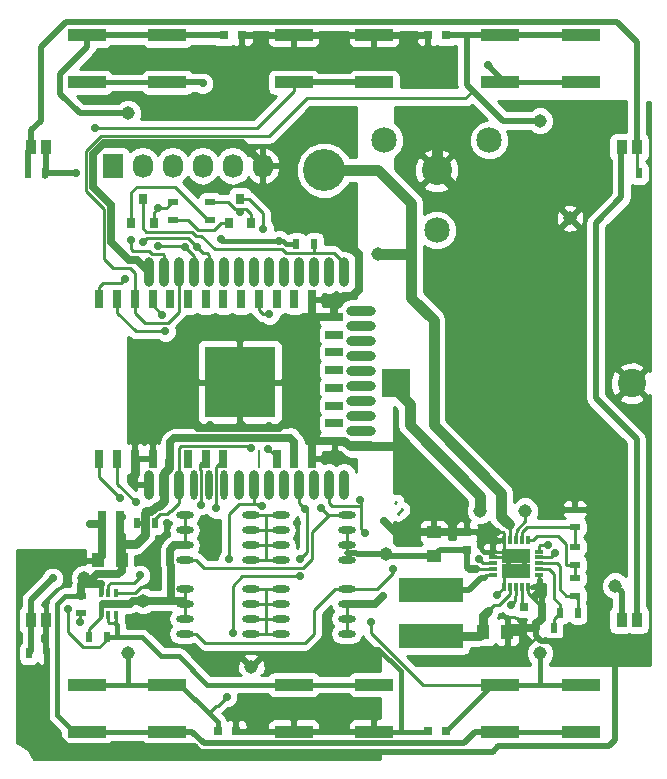
<source format=gbr>
G04 #@! TF.FileFunction,Copper,L1,Top,Signal*
%FSLAX46Y46*%
G04 Gerber Fmt 4.6, Leading zero omitted, Abs format (unit mm)*
G04 Created by KiCad (PCBNEW 4.0.6) date 11/06/17 12:40:06*
%MOMM*%
%LPD*%
G01*
G04 APERTURE LIST*
%ADD10C,0.100000*%
%ADD11O,0.900000X2.500000*%
%ADD12O,2.500000X0.900000*%
%ADD13O,0.600000X2.500000*%
%ADD14R,6.000000X6.000000*%
%ADD15C,1.143000*%
%ADD16C,3.556000*%
%ADD17C,2.540000*%
%ADD18C,2.159000*%
%ADD19R,0.800000X0.750000*%
%ADD20R,1.000000X1.250000*%
%ADD21R,1.250000X1.000000*%
%ADD22R,0.750000X0.800000*%
%ADD23R,2.400300X2.400300*%
%ADD24C,2.400300*%
%ADD25R,5.499100X2.148840*%
%ADD26R,0.965200X1.270000*%
%ADD27R,1.727200X2.032000*%
%ADD28O,1.727200X2.032000*%
%ADD29R,0.800000X0.900000*%
%ADD30R,0.900000X0.500000*%
%ADD31R,0.500000X0.900000*%
%ADD32R,3.200000X1.000000*%
%ADD33R,0.398780X0.749300*%
%ADD34R,0.300000X0.730000*%
%ADD35R,0.730000X0.300000*%
%ADD36R,1.250000X1.250000*%
%ADD37O,1.473200X0.609600*%
%ADD38R,0.635000X1.498600*%
%ADD39R,0.100000X1.498600*%
%ADD40R,0.200000X1.498600*%
%ADD41R,1.498600X0.635000*%
%ADD42C,0.700000*%
%ADD43C,0.250000*%
%ADD44C,0.889000*%
%ADD45C,0.635000*%
%ADD46C,0.762000*%
%ADD47C,0.381000*%
%ADD48C,0.508000*%
%ADD49C,0.254000*%
G04 APERTURE END LIST*
D10*
D11*
X63195200Y-46964600D03*
X64465200Y-46964600D03*
X65735200Y-46964600D03*
X67005200Y-46964600D03*
X68275200Y-46964600D03*
X69545200Y-46964600D03*
X70815200Y-46964600D03*
X72085200Y-46964600D03*
X73355200Y-46964600D03*
X74625200Y-46964600D03*
X75895200Y-46964600D03*
X77165200Y-46964600D03*
X78435200Y-46964600D03*
X79705200Y-46964600D03*
D12*
X81195200Y-50249600D03*
X81195200Y-51519600D03*
X81195200Y-52789600D03*
X81195200Y-54059600D03*
X81195200Y-55329600D03*
X81195200Y-56599600D03*
X81195200Y-57869600D03*
X81195200Y-59139600D03*
X81195200Y-60409600D03*
X81195200Y-61679600D03*
D11*
X79705200Y-64964600D03*
X78435200Y-64964600D03*
X77165200Y-64964600D03*
X75895200Y-64964600D03*
X74625200Y-64964600D03*
X73355200Y-64964600D03*
X72085200Y-64964600D03*
X70815200Y-64964600D03*
D13*
X69545200Y-64964600D03*
X68275200Y-64964600D03*
X67005200Y-64964600D03*
D11*
X65735200Y-64964600D03*
X64465200Y-64964600D03*
X63195200Y-64964600D03*
D14*
X70895200Y-56264600D03*
D15*
X61417200Y-33502600D03*
D16*
X78054200Y-38328600D03*
D17*
X87579200Y-38328600D03*
D18*
X87579200Y-43408600D03*
X92024200Y-35788600D03*
X83134200Y-35788600D03*
D19*
X69557200Y-26898600D03*
X71057200Y-26898600D03*
X69049200Y-85826600D03*
X70549200Y-85826600D03*
X88329200Y-26898600D03*
X86829200Y-26898600D03*
X88329200Y-85826600D03*
X86829200Y-85826600D03*
X60770200Y-67538600D03*
X59270200Y-67538600D03*
X60770200Y-69189600D03*
X59270200Y-69189600D03*
D20*
X60893200Y-71348600D03*
X58893200Y-71348600D03*
D21*
X87325200Y-70951600D03*
X87325200Y-68951600D03*
D22*
X90119200Y-70447600D03*
X90119200Y-68947600D03*
D20*
X91532200Y-77444600D03*
X93532200Y-77444600D03*
D19*
X94957200Y-75285600D03*
X96457200Y-75285600D03*
D23*
X84101940Y-56362600D03*
D24*
X104089200Y-56362600D03*
D25*
X87071200Y-77724000D03*
X87071200Y-73863200D03*
D26*
X103232200Y-76382600D03*
X104502200Y-76382600D03*
X103232200Y-36382600D03*
X104502200Y-36382600D03*
X53232200Y-36382600D03*
X54502200Y-36382600D03*
X53232200Y-76382600D03*
X54502200Y-76382600D03*
D27*
X60147200Y-37947600D03*
D28*
X62687200Y-37947600D03*
X65227200Y-37947600D03*
X67767200Y-37947600D03*
X70307200Y-37947600D03*
X72847200Y-37947600D03*
D29*
X69992200Y-42757600D03*
X71892200Y-42757600D03*
X70942200Y-40757600D03*
X61737200Y-42757600D03*
X63637200Y-42757600D03*
X62687200Y-40757600D03*
D30*
X57480200Y-74345100D03*
X57480200Y-75845100D03*
D31*
X63691200Y-68237100D03*
X62191200Y-68237100D03*
X59627200Y-77889100D03*
X58127200Y-77889100D03*
X77204000Y-44577000D03*
X75704000Y-44577000D03*
X103212200Y-38582600D03*
X104712200Y-38582600D03*
X52932200Y-38582600D03*
X54432200Y-38582600D03*
X53047200Y-79222600D03*
X54547200Y-79222600D03*
D30*
X65227200Y-42507600D03*
X65227200Y-41007600D03*
X68402200Y-42507600D03*
X68402200Y-41007600D03*
D31*
X99505200Y-75793600D03*
X98005200Y-75793600D03*
X97473200Y-77063600D03*
X95973200Y-77063600D03*
D30*
X99263200Y-74384600D03*
X99263200Y-72884600D03*
X99263200Y-71729600D03*
X99263200Y-70229600D03*
X99263200Y-68554600D03*
X99263200Y-67054600D03*
D32*
X64767200Y-26882600D03*
X57967200Y-26882600D03*
X57967200Y-30882600D03*
X64767200Y-30882600D03*
X64767200Y-81882600D03*
X57967200Y-81882600D03*
X57967200Y-85882600D03*
X64767200Y-85882600D03*
X99767200Y-26882600D03*
X92967200Y-26882600D03*
X92967200Y-30882600D03*
X99767200Y-30882600D03*
X99767200Y-81882600D03*
X92967200Y-81882600D03*
X92967200Y-85882600D03*
X99767200Y-85882600D03*
X82267200Y-26882600D03*
X75467200Y-26882600D03*
X75467200Y-30882600D03*
X82267200Y-30882600D03*
X75467200Y-85882600D03*
X82267200Y-85882600D03*
X82267200Y-81882600D03*
X75467200Y-81882600D03*
D33*
X60416440Y-74081640D03*
X59766200Y-74081640D03*
X59115960Y-74081640D03*
X59115960Y-75981560D03*
X59766200Y-75981560D03*
X60416440Y-75981560D03*
D15*
X61417200Y-79222600D03*
X96342200Y-34137600D03*
X96342200Y-79222600D03*
X102692200Y-73507600D03*
X83261200Y-70840600D03*
X91262200Y-67157600D03*
X82626200Y-45440600D03*
X62687200Y-74777600D03*
D34*
X93300200Y-73577600D03*
X93800200Y-73577600D03*
X94300200Y-73577600D03*
X94800200Y-73577600D03*
X95300200Y-73577600D03*
D35*
X96265200Y-72612600D03*
X96265200Y-72112600D03*
X96265200Y-71612600D03*
X96265200Y-71112600D03*
X96265200Y-70612600D03*
D34*
X95300200Y-69647600D03*
X94800200Y-69647600D03*
X94300200Y-69647600D03*
X93800200Y-69647600D03*
X93300200Y-69647600D03*
D35*
X92335200Y-70612600D03*
X92335200Y-71112600D03*
X92335200Y-71612600D03*
X92335200Y-72112600D03*
X92335200Y-72612600D03*
D36*
X94925200Y-70987600D03*
X93675200Y-70987600D03*
X94925200Y-72237600D03*
X93675200Y-72237600D03*
D37*
X66243200Y-67538600D03*
X66243200Y-68808600D03*
X66243200Y-70078600D03*
X66243200Y-71348600D03*
X71831200Y-71348600D03*
X71831200Y-70078600D03*
X71831200Y-68808600D03*
X71831200Y-67538600D03*
X79959200Y-71348600D03*
X79959200Y-70078600D03*
X79959200Y-68808600D03*
X79959200Y-67538600D03*
X74371200Y-67538600D03*
X74371200Y-68808600D03*
X74371200Y-70078600D03*
X74371200Y-71348600D03*
X79959200Y-77571600D03*
X79959200Y-76301600D03*
X79959200Y-75031600D03*
X79959200Y-73761600D03*
X74371200Y-73761600D03*
X74371200Y-75031600D03*
X74371200Y-76301600D03*
X74371200Y-77571600D03*
X66243200Y-73761600D03*
X66243200Y-75031600D03*
X66243200Y-76301600D03*
X66243200Y-77571600D03*
X71831200Y-77571600D03*
X71831200Y-76301600D03*
X71831200Y-75031600D03*
X71831200Y-73761600D03*
D15*
X98867200Y-42382600D03*
X71867200Y-80382600D03*
X57734200Y-72872600D03*
X95072200Y-67157600D03*
D38*
X68021200Y-62748160D03*
X59021980Y-62748160D03*
X60520580Y-62748160D03*
X62021720Y-62748160D03*
X63520320Y-62748160D03*
X65021460Y-62748160D03*
X66520060Y-62748160D03*
X69519800Y-62748160D03*
D39*
X71020940Y-62748160D03*
D40*
X72519540Y-62748160D03*
D38*
X74020680Y-62748160D03*
X75521820Y-62748160D03*
X77020420Y-62748160D03*
D41*
X78894940Y-61249560D03*
X78894940Y-59748420D03*
X78894940Y-58249820D03*
X78894940Y-56748680D03*
X78894940Y-55250080D03*
X78894940Y-53751480D03*
X78894940Y-52250340D03*
X78894940Y-50751740D03*
D38*
X77020420Y-49250600D03*
X75521820Y-49250600D03*
X74020680Y-49250600D03*
X72519540Y-49250600D03*
X71020940Y-49250600D03*
X69519800Y-49250600D03*
X68021200Y-49250600D03*
X66520060Y-49250600D03*
X65021460Y-49250600D03*
X63520320Y-49250600D03*
X62021720Y-49250600D03*
X60520580Y-49250600D03*
X59021980Y-49250600D03*
D42*
X93040200Y-65633600D03*
X83007200Y-74396600D03*
X84785200Y-64617600D03*
X84785200Y-63411100D03*
X104089200Y-51727100D03*
X104089200Y-52806600D03*
X104089200Y-53949600D03*
X104089200Y-53949600D03*
X61671200Y-59791600D03*
X61671200Y-64427100D03*
X84785200Y-62204600D03*
X87579200Y-30454600D03*
X87579200Y-34137600D03*
X66878200Y-53949600D03*
X66878200Y-56235600D03*
X71069200Y-59918600D03*
X74879200Y-56362600D03*
X73355200Y-52298600D03*
X71069200Y-52298600D03*
X80467200Y-44932600D03*
X80467200Y-48996600D03*
X66878200Y-58648600D03*
X68402200Y-59918600D03*
X73355200Y-59982100D03*
X74879200Y-58648600D03*
X74879200Y-53822600D03*
X68402200Y-52298600D03*
X99771200Y-50774600D03*
X99771200Y-52044600D03*
X99771200Y-53314600D03*
X93675200Y-72237600D03*
X94925200Y-72237600D03*
X94925200Y-70987600D03*
X93675200Y-70987600D03*
X75768200Y-68173600D03*
X68402200Y-68046600D03*
X92659200Y-74269600D03*
X81610200Y-78841600D03*
X64782700Y-68237100D03*
X58242200Y-68300600D03*
X83134200Y-68046600D03*
X92659200Y-68935600D03*
X95961200Y-74333100D03*
X61226700Y-47536100D03*
X61671200Y-44234100D03*
X64592200Y-51981100D03*
X76466700Y-67036100D03*
X76022200Y-72682100D03*
X76022200Y-71221600D03*
X69799200Y-82905600D03*
X70307200Y-77508100D03*
X64338200Y-50584100D03*
X81102200Y-66268600D03*
X81483200Y-69062600D03*
X81991200Y-76555600D03*
X75165570Y-61007610D03*
X74244200Y-44297600D03*
X69291200Y-44170600D03*
X67767200Y-30962600D03*
X91897200Y-29438600D03*
X90373200Y-72110600D03*
X93865700Y-75158600D03*
X91532200Y-76057600D03*
X91135200Y-71285100D03*
X55075199Y-72864601D03*
X57035700Y-38582600D03*
X73333866Y-61942600D03*
X64020700Y-41567100D03*
X60749402Y-66047398D03*
X63957200Y-44742100D03*
X67640200Y-66649600D03*
X66243200Y-44805600D03*
X62115700Y-66459100D03*
X62687200Y-44424600D03*
X68910200Y-66967100D03*
X67259200Y-44805600D03*
X70942200Y-41884600D03*
X71831200Y-61887100D03*
X72910700Y-43281600D03*
X73418700Y-50520600D03*
X72783700Y-66776600D03*
X69989700Y-71285100D03*
X57353200Y-76555600D03*
X62433200Y-72618600D03*
X56400700Y-75476100D03*
X58686700Y-34772600D03*
X77800200Y-66967100D03*
X97615061Y-70730992D03*
X83896200Y-72110600D03*
X96977200Y-70078600D03*
D43*
X84150200Y-66395600D02*
X84023200Y-66522600D01*
X84658200Y-67030600D02*
X84277200Y-67411600D01*
D44*
X85420200Y-41122600D02*
X85420200Y-45440600D01*
X85420200Y-45440600D02*
X85420200Y-49123600D01*
X82626200Y-45440600D02*
X85420200Y-45440600D01*
D43*
X93800200Y-68808600D02*
X93800200Y-68623954D01*
X93800200Y-68425600D02*
X93675200Y-68300600D01*
X93800200Y-69647600D02*
X93800200Y-68808600D01*
X93800200Y-68808600D02*
X93800200Y-68425600D01*
D44*
X93040200Y-67665600D02*
X93675200Y-68300600D01*
X93675200Y-68300600D02*
X93728539Y-68300600D01*
X93040200Y-65633600D02*
X93040200Y-67665600D01*
X87325200Y-59918600D02*
X93040200Y-65633600D01*
X87325200Y-58267600D02*
X87325200Y-59918600D01*
X87325200Y-51028600D02*
X87325200Y-58267600D01*
X85420200Y-49123600D02*
X87325200Y-51028600D01*
X84785200Y-40487600D02*
X85420200Y-41122600D01*
X83642200Y-39344600D02*
X84785200Y-40487600D01*
X82626200Y-38328600D02*
X83642200Y-39344600D01*
X78054200Y-38328600D02*
X82626200Y-38328600D01*
D43*
X93800200Y-68623954D02*
X93800200Y-68425600D01*
D45*
X79959200Y-75031600D02*
X82372200Y-75031600D01*
X82372200Y-75031600D02*
X83007200Y-74396600D01*
D43*
X79959200Y-76301600D02*
X79959200Y-75031600D01*
X79959200Y-77571600D02*
X79959200Y-76301600D01*
X95707200Y-74535600D02*
X95885700Y-74714100D01*
X95885700Y-74714100D02*
X96457200Y-75285600D01*
X95961200Y-74333100D02*
X95961200Y-74638600D01*
X95961200Y-74638600D02*
X95885700Y-74714100D01*
D46*
X84785200Y-64617600D02*
X85280174Y-64617600D01*
X84785200Y-62204600D02*
X84785200Y-63411100D01*
D45*
X76657200Y-59537600D02*
X77020420Y-59900820D01*
X77020420Y-59900820D02*
X77020420Y-61363860D01*
X74879200Y-59537600D02*
X76657200Y-59537600D01*
D46*
X62021720Y-62748160D02*
X62021720Y-64076580D01*
X62021720Y-64076580D02*
X61671200Y-64427100D01*
D45*
X72847200Y-37947600D02*
X72847200Y-37795200D01*
X58496200Y-36931600D02*
X58496200Y-39725600D01*
X60020200Y-44424600D02*
X61544200Y-45948600D01*
X72847200Y-37795200D02*
X71094600Y-36042600D01*
X71094600Y-36042600D02*
X59385200Y-36042600D01*
X59385200Y-36042600D02*
X58496200Y-36931600D01*
X58496200Y-39725600D02*
X60020200Y-41249600D01*
X60020200Y-41249600D02*
X60020200Y-44424600D01*
X61544200Y-45948600D02*
X62179200Y-45948600D01*
X62179200Y-45948600D02*
X63195200Y-46964600D01*
D43*
X104089200Y-52806600D02*
X104089200Y-51727100D01*
X104089200Y-53949600D02*
X104089200Y-52806600D01*
X105486200Y-54267100D02*
X105168700Y-53949600D01*
X105168700Y-53949600D02*
X104089200Y-53949600D01*
X105486200Y-54965600D02*
X105486200Y-54267100D01*
X105359200Y-55092600D02*
X105486200Y-54965600D01*
X104089200Y-56362600D02*
X105359200Y-55092600D01*
X60416440Y-74081640D02*
X62056338Y-74081640D01*
X62056338Y-74081640D02*
X62503378Y-73634600D01*
X62503378Y-73634600D02*
X63195200Y-73634600D01*
X63195200Y-73634600D02*
X63703200Y-73126600D01*
X64782700Y-69189600D02*
X64782700Y-68046600D01*
X63703200Y-73126600D02*
X63703200Y-69888100D01*
X63703200Y-69888100D02*
X64211200Y-69380100D01*
X64211200Y-69380100D02*
X64592200Y-69380100D01*
X64592200Y-69380100D02*
X64782700Y-69189600D01*
D46*
X81195200Y-61679600D02*
X84260200Y-61679600D01*
X84260200Y-61679600D02*
X84785200Y-62204600D01*
X80196200Y-61679600D02*
X79766160Y-61249560D01*
X79766160Y-61249560D02*
X78894940Y-61249560D01*
X81195200Y-61679600D02*
X80196200Y-61679600D01*
D45*
X78894940Y-61249560D02*
X79148160Y-61249560D01*
D44*
X87579200Y-38328600D02*
X87579200Y-34137600D01*
D45*
X59270200Y-68300600D02*
X59270200Y-69189600D01*
X59270200Y-67538600D02*
X59270200Y-68300600D01*
X59270200Y-68300600D02*
X58259709Y-68300600D01*
X63195200Y-46964600D02*
X63195200Y-46164600D01*
X74244200Y-52298600D02*
X73355200Y-52298600D01*
X66878200Y-56235600D02*
X66878200Y-53949600D01*
X66878200Y-58648600D02*
X66878200Y-56235600D01*
X70942200Y-60172600D02*
X68402200Y-60172600D01*
X73355200Y-60172600D02*
X70942200Y-60172600D01*
X74879200Y-56362600D02*
X74879200Y-58648600D01*
X74879200Y-53822600D02*
X74879200Y-56362600D01*
X70942200Y-52298600D02*
X73355200Y-52298600D01*
X68402200Y-52298600D02*
X70942200Y-52298600D01*
X80975200Y-45440600D02*
X80467200Y-44932600D01*
X80975200Y-48488600D02*
X80975200Y-45440600D01*
X80767199Y-48696601D02*
X80975200Y-48488600D01*
X80467200Y-48996600D02*
X80767199Y-48696601D01*
X79697580Y-48996600D02*
X80467200Y-48996600D01*
X78894940Y-50751740D02*
X78894940Y-49799240D01*
X78894940Y-49799240D02*
X79697580Y-48996600D01*
X78894940Y-61249560D02*
X77134720Y-61249560D01*
X77134720Y-61249560D02*
X77020420Y-61363860D01*
X77020420Y-62748160D02*
X77020420Y-61363860D01*
X77020420Y-61363860D02*
X77038200Y-61346080D01*
X77020420Y-49250600D02*
X77020420Y-50634900D01*
X77020420Y-50634900D02*
X77137260Y-50751740D01*
X77137260Y-50751740D02*
X77188060Y-50751740D01*
X74879200Y-52298600D02*
X74244200Y-52298600D01*
X74879200Y-53822600D02*
X74879200Y-52933600D01*
X74879200Y-52933600D02*
X74244200Y-52298600D01*
X74879200Y-59537600D02*
X74879200Y-58648600D01*
X74244200Y-60172600D02*
X74879200Y-59537600D01*
X73355200Y-60172600D02*
X74244200Y-60172600D01*
X67386200Y-60172600D02*
X68402200Y-60172600D01*
X66878200Y-59664600D02*
X67386200Y-60172600D01*
X66878200Y-58648600D02*
X66878200Y-59664600D01*
X76426060Y-50751740D02*
X74879200Y-52298600D01*
X77188060Y-50751740D02*
X76426060Y-50751740D01*
X78894940Y-50751740D02*
X77188060Y-50751740D01*
D44*
X99771200Y-51028600D02*
X99771200Y-52044600D01*
X99771200Y-50520600D02*
X99771200Y-51028600D01*
X99771200Y-52044600D02*
X99771200Y-53314600D01*
X96469200Y-47218600D02*
X99771200Y-50520600D01*
X92659200Y-43408600D02*
X96469200Y-47218600D01*
X87579200Y-38328600D02*
X92659200Y-43408600D01*
D47*
X81610200Y-78841600D02*
X82626200Y-78841600D01*
X82626200Y-78841600D02*
X84531200Y-80746600D01*
D43*
X93300200Y-73577600D02*
X93300200Y-72612600D01*
X93300200Y-72612600D02*
X93675200Y-72237600D01*
X95300200Y-72612600D02*
X94925200Y-72237600D01*
X92335200Y-71112600D02*
X93550200Y-71112600D01*
X93550200Y-71112600D02*
X93675200Y-70987600D01*
X93300200Y-69647600D02*
X93300200Y-70612600D01*
X94925200Y-72237600D02*
X93675200Y-72237600D01*
X94925200Y-70987600D02*
X94925200Y-72237600D01*
X93675200Y-70987600D02*
X94925200Y-70987600D01*
X92335200Y-70612600D02*
X93300200Y-70612600D01*
X93300200Y-70612600D02*
X93675200Y-70987600D01*
D48*
X75467200Y-26882600D02*
X72466200Y-26882600D01*
X72466200Y-26882600D02*
X71073200Y-26882600D01*
X72847200Y-27263600D02*
X72466200Y-26882600D01*
D43*
X93300200Y-73577600D02*
X93300200Y-73628600D01*
X93300200Y-73628600D02*
X92659200Y-74269600D01*
D48*
X71073200Y-26882600D02*
X71057200Y-26898600D01*
X82267200Y-26882600D02*
X80159200Y-26882600D01*
X80159200Y-26882600D02*
X75467200Y-26882600D01*
X86829200Y-26898600D02*
X82283200Y-26898600D01*
X82283200Y-26898600D02*
X82267200Y-26882600D01*
D47*
X75467200Y-26882600D02*
X81762710Y-26882600D01*
D43*
X99963200Y-67054600D02*
X101420800Y-67054600D01*
D44*
X101777800Y-67411600D02*
X101777800Y-70866000D01*
D43*
X101420800Y-67054600D02*
X101777800Y-67411600D01*
D44*
X101041200Y-71602600D02*
X101041200Y-77181099D01*
X101041200Y-77181099D02*
X100080201Y-78142098D01*
X101777800Y-70866000D02*
X101041200Y-71602600D01*
D47*
X84531200Y-85882600D02*
X86773200Y-85882600D01*
X82267200Y-85882600D02*
X84531200Y-85882600D01*
X84531200Y-85882600D02*
X84531200Y-80746600D01*
D48*
X101285699Y-78197099D02*
X100025200Y-78197099D01*
D43*
X99263200Y-67054600D02*
X99963200Y-67054600D01*
D48*
X100025200Y-78197099D02*
X96406699Y-78197099D01*
D43*
X100080201Y-78142098D02*
X100025200Y-78197099D01*
D48*
X95973200Y-77063600D02*
X95973200Y-77763600D01*
X54547200Y-79222600D02*
X54547200Y-85379802D01*
X102184200Y-87096600D02*
X102692200Y-86588600D01*
X54547200Y-85379802D02*
X56263998Y-87096600D01*
X67541933Y-87550610D02*
X92332190Y-87550610D01*
X102692200Y-86588600D02*
X102692200Y-79603600D01*
X96406699Y-78197099D02*
X96048201Y-77838601D01*
X56263998Y-87096600D02*
X67087924Y-87096600D01*
X67087924Y-87096600D02*
X67541933Y-87550610D01*
X92332190Y-87550610D02*
X92786200Y-87096600D01*
X92786200Y-87096600D02*
X102184200Y-87096600D01*
X102692200Y-79603600D02*
X101285699Y-78197099D01*
X54502200Y-76382600D02*
X54502200Y-79177600D01*
X54502200Y-79177600D02*
X54547200Y-79222600D01*
D45*
X59270200Y-69189600D02*
X59270200Y-70971600D01*
X59270200Y-70971600D02*
X58893200Y-71348600D01*
X86049200Y-68935600D02*
X84023200Y-68935600D01*
X84023200Y-68935600D02*
X83134200Y-68046600D01*
X87325200Y-68951600D02*
X86065200Y-68951600D01*
X86065200Y-68951600D02*
X86049200Y-68935600D01*
X87325200Y-68951600D02*
X90115200Y-68951600D01*
X90115200Y-68951600D02*
X90119200Y-68947600D01*
D43*
X92659200Y-68935600D02*
X91389200Y-68935600D01*
X93203200Y-68935600D02*
X92659200Y-68935600D01*
X96048201Y-77838601D02*
X95973200Y-77763600D01*
D45*
X95973200Y-77063600D02*
X93913200Y-77063600D01*
X93913200Y-77063600D02*
X93532200Y-77444600D01*
X95973200Y-76670600D02*
X96082200Y-76670600D01*
X96082200Y-76670600D02*
X96457200Y-76295600D01*
X96457200Y-76295600D02*
X96457200Y-75285600D01*
X95973200Y-77063600D02*
X95973200Y-76670600D01*
D43*
X95300200Y-74128600D02*
X95707200Y-74535600D01*
X96265200Y-72612600D02*
X96265200Y-73977600D01*
X96265200Y-73977600D02*
X95707200Y-74535600D01*
X95300200Y-73577600D02*
X95300200Y-74128600D01*
X93300200Y-69647600D02*
X93300200Y-69032600D01*
X93300200Y-69032600D02*
X93203200Y-68935600D01*
X91389200Y-68935600D02*
X91135200Y-69189600D01*
D47*
X91135200Y-69189600D02*
X90893200Y-68947600D01*
X90893200Y-68947600D02*
X90119200Y-68947600D01*
X91135200Y-70158600D02*
X91135200Y-69189600D01*
X92335200Y-70612600D02*
X91589200Y-70612600D01*
X91589200Y-70612600D02*
X91135200Y-70158600D01*
X86773200Y-85882600D02*
X86829200Y-85826600D01*
X75467200Y-85882600D02*
X82267200Y-85882600D01*
X70549200Y-85826600D02*
X75411200Y-85826600D01*
X75411200Y-85826600D02*
X75467200Y-85882600D01*
D43*
X59356180Y-47917100D02*
X60845700Y-47917100D01*
X60845700Y-47917100D02*
X61226700Y-47536100D01*
X59021980Y-49250600D02*
X59021980Y-48251300D01*
X59021980Y-48251300D02*
X59356180Y-47917100D01*
X64441200Y-45440600D02*
X63476698Y-45440600D01*
X63476698Y-45440600D02*
X63222699Y-45186601D01*
X63222699Y-45186601D02*
X61861701Y-45186601D01*
X64465200Y-46964600D02*
X64465200Y-45464600D01*
X64465200Y-45464600D02*
X64441200Y-45440600D01*
X61861701Y-45186601D02*
X61671200Y-44996100D01*
X61671200Y-44996100D02*
X61671200Y-44234100D01*
D48*
X55702200Y-31851600D02*
X55702200Y-30155600D01*
X57967200Y-27890600D02*
X57967200Y-26882600D01*
X55702200Y-30155600D02*
X57967200Y-27890600D01*
X57353200Y-33502600D02*
X55702200Y-31851600D01*
X61417200Y-33502600D02*
X57353200Y-33502600D01*
X64767200Y-26882600D02*
X69541200Y-26882600D01*
X69541200Y-26882600D02*
X69557200Y-26898600D01*
X57967200Y-26882600D02*
X60075200Y-26882600D01*
X60075200Y-26882600D02*
X64767200Y-26882600D01*
D43*
X70307200Y-76809600D02*
X70307200Y-77698600D01*
X70307200Y-73507600D02*
X70307200Y-76809600D01*
X70307200Y-76809600D02*
X70307200Y-77508100D01*
X63195200Y-51981100D02*
X63385700Y-51981100D01*
X62115700Y-51981100D02*
X63195200Y-51981100D01*
X63195200Y-51981100D02*
X64592200Y-51981100D01*
X60520580Y-49250600D02*
X60520580Y-50385980D01*
X60520580Y-50385980D02*
X62115700Y-51981100D01*
X75895200Y-66464600D02*
X76466700Y-67036100D01*
X76466700Y-67036100D02*
X76588191Y-67157591D01*
X76022200Y-72682100D02*
X71132700Y-72682100D01*
X71132700Y-72682100D02*
X70307200Y-73507600D01*
X76588191Y-67157591D02*
X76588191Y-70655609D01*
X76588191Y-70655609D02*
X76022200Y-71221600D01*
X75895200Y-64964600D02*
X75895200Y-66464600D01*
X75895200Y-64964600D02*
X75895200Y-66077465D01*
D47*
X65867200Y-81882600D02*
X68275200Y-84290600D01*
X68275200Y-84290600D02*
X69049200Y-85064600D01*
D43*
X69799200Y-82905600D02*
X69049200Y-83655600D01*
X69049200Y-83655600D02*
X68910200Y-83655600D01*
X68910200Y-83655600D02*
X68275200Y-84290600D01*
D47*
X57967200Y-81882600D02*
X61417200Y-81882600D01*
X61417200Y-81882600D02*
X64767200Y-81882600D01*
X61417200Y-79222600D02*
X61417200Y-81882600D01*
X64767200Y-81882600D02*
X65867200Y-81882600D01*
X69049200Y-85064600D02*
X69049200Y-85070600D01*
X69049200Y-85070600D02*
X69049200Y-85826600D01*
D43*
X75942200Y-65062600D02*
X75942200Y-65862600D01*
X65735200Y-46964600D02*
X65735200Y-50330100D01*
X62867701Y-51272601D02*
X62021720Y-50426620D01*
X65735200Y-50330100D02*
X64792699Y-51272601D01*
X64792699Y-51272601D02*
X62867701Y-51272601D01*
X62021720Y-50426620D02*
X62021720Y-49250600D01*
X62021720Y-49250600D02*
X62021720Y-47025118D01*
X76560741Y-32232600D02*
X89992200Y-32232600D01*
X62021720Y-47025118D02*
X61590201Y-46593599D01*
X57853690Y-40099090D02*
X57853690Y-36665464D01*
X61590201Y-46593599D02*
X60157199Y-46593599D01*
X59377690Y-41623090D02*
X57853690Y-40099090D01*
X60157199Y-46593599D02*
X59377691Y-45814091D01*
X59377691Y-45814091D02*
X59377690Y-41623090D01*
X89992200Y-32232600D02*
X90627200Y-31597600D01*
X57853690Y-36665464D02*
X59119064Y-35400090D01*
X59119064Y-35400090D02*
X73393251Y-35400090D01*
X73393251Y-35400090D02*
X76560741Y-32232600D01*
X62052200Y-49220120D02*
X62021720Y-49250600D01*
D48*
X93167200Y-34137600D02*
X90627200Y-31597600D01*
X90627200Y-31597600D02*
X90119200Y-31089600D01*
X92967200Y-26882600D02*
X90119200Y-26882600D01*
X90119200Y-26882600D02*
X88345200Y-26882600D01*
X96342200Y-34137600D02*
X93167200Y-34137600D01*
X90119200Y-31089600D02*
X90119200Y-26882600D01*
X88345200Y-26882600D02*
X88329200Y-26898600D01*
X99767200Y-26882600D02*
X92967200Y-26882600D01*
D43*
X63520320Y-49250600D02*
X63520320Y-49766220D01*
X63520320Y-49766220D02*
X64338200Y-50584100D01*
X80594200Y-66776600D02*
X81161381Y-66776600D01*
X78747200Y-66776600D02*
X78435200Y-66464600D01*
X63576200Y-49306480D02*
X63520320Y-49250600D01*
X81161381Y-67343781D02*
X81161381Y-66776600D01*
X81161381Y-66776600D02*
X81161381Y-66327781D01*
X81161381Y-66327781D02*
X81102200Y-66268600D01*
X81483200Y-69062600D02*
X81161381Y-68740781D01*
X81161381Y-68740781D02*
X81161381Y-67343781D01*
X80594200Y-66776600D02*
X78747200Y-66776600D01*
X78435200Y-66464600D02*
X78435200Y-64964600D01*
X81991200Y-77477560D02*
X81991200Y-76555600D01*
X92967200Y-81882600D02*
X86396240Y-81882600D01*
X86396240Y-81882600D02*
X81991200Y-77477560D01*
D47*
X92967200Y-81882600D02*
X96342200Y-81882600D01*
X96342200Y-81882600D02*
X99767200Y-81882600D01*
X96342200Y-79222600D02*
X96342200Y-80030823D01*
X96342200Y-80030823D02*
X96342200Y-81882600D01*
X88329200Y-85826600D02*
X88354200Y-85826600D01*
X88354200Y-85826600D02*
X92298200Y-81882600D01*
X92298200Y-81882600D02*
X92967200Y-81882600D01*
D45*
X75165570Y-61007610D02*
X65377710Y-61007610D01*
X65021460Y-61935360D02*
X65021460Y-62748160D01*
X65377710Y-61007610D02*
X65021460Y-61363860D01*
X65021460Y-61363860D02*
X65021460Y-61935360D01*
D46*
X62860199Y-67322299D02*
X62860199Y-68237100D01*
X62860199Y-68237100D02*
X62860199Y-69207101D01*
D47*
X62191200Y-68237100D02*
X62822200Y-68237100D01*
X62822200Y-68237100D02*
X62860199Y-68237100D01*
D45*
X60770200Y-69189600D02*
X60770200Y-71225600D01*
X60770200Y-71225600D02*
X60893200Y-71348600D01*
X60893200Y-71348600D02*
X60893200Y-69951600D01*
X60893200Y-69951600D02*
X60893200Y-69312600D01*
D46*
X62976399Y-67206099D02*
X62860199Y-67322299D01*
X64465200Y-64964600D02*
X64465200Y-66332100D01*
X64465200Y-66332100D02*
X64081711Y-66715589D01*
X64081711Y-66715589D02*
X63872761Y-66715589D01*
X63872761Y-66715589D02*
X63494250Y-67094100D01*
X63449200Y-67094100D02*
X63337201Y-67206099D01*
X63337201Y-67206099D02*
X62976399Y-67206099D01*
X63494250Y-67094100D02*
X63449200Y-67094100D01*
X62860199Y-69207101D02*
X62115700Y-69951600D01*
X62115700Y-69951600D02*
X60893200Y-69951600D01*
D45*
X75521820Y-62748160D02*
X75521820Y-61363860D01*
X75521820Y-61363860D02*
X75165570Y-61007610D01*
D47*
X73990200Y-44297600D02*
X69418200Y-44297600D01*
X74532270Y-44297600D02*
X73990200Y-44297600D01*
D46*
X64903632Y-63538100D02*
X64903632Y-62865988D01*
X64465200Y-64964600D02*
X64465200Y-63976532D01*
X64465200Y-63976532D02*
X64903632Y-63538100D01*
D47*
X74532270Y-44297600D02*
X74811670Y-44577000D01*
X74811670Y-44577000D02*
X75704000Y-44577000D01*
D48*
X57734200Y-72872600D02*
X58542423Y-72872600D01*
X58837551Y-72577472D02*
X58837551Y-72531249D01*
X58542423Y-72872600D02*
X58837551Y-72577472D01*
X57480200Y-73460100D02*
X57480200Y-73126600D01*
X57480200Y-73126600D02*
X57734200Y-72872600D01*
D47*
X69418200Y-44297600D02*
X69291200Y-44170600D01*
D48*
X64767200Y-30882600D02*
X67687200Y-30882600D01*
X67687200Y-30882600D02*
X67767200Y-30962600D01*
X92967200Y-30882600D02*
X92967200Y-30508600D01*
X92967200Y-30508600D02*
X91897200Y-29438600D01*
D47*
X99767200Y-30882600D02*
X92967200Y-30882600D01*
X57967200Y-30882600D02*
X64767200Y-30882600D01*
X55448200Y-75031600D02*
X56134700Y-74345100D01*
X56134700Y-74345100D02*
X57480200Y-74345100D01*
X55448200Y-84463600D02*
X55448200Y-75031600D01*
X57967200Y-85882600D02*
X56867200Y-85882600D01*
X56867200Y-85882600D02*
X55448200Y-84463600D01*
D48*
X67835200Y-86842600D02*
X89899200Y-86842600D01*
X89899200Y-86842600D02*
X90859200Y-85882600D01*
X90859200Y-85882600D02*
X92967200Y-85882600D01*
X64767200Y-85882600D02*
X66875200Y-85882600D01*
X66875200Y-85882600D02*
X67835200Y-86842600D01*
D45*
X58496200Y-72872600D02*
X58496200Y-73253600D01*
X58568590Y-73325990D02*
X58496200Y-73253600D01*
X58496200Y-73253600D02*
X58496200Y-73380600D01*
X59115960Y-73325990D02*
X58568590Y-73325990D01*
X57559700Y-73380600D02*
X58496200Y-73380600D01*
X58496200Y-73380600D02*
X59061350Y-73380600D01*
X60893200Y-71348600D02*
X60893200Y-72253600D01*
X60893200Y-72253600D02*
X60615551Y-72531249D01*
X60615551Y-72531249D02*
X58837551Y-72531249D01*
X58837551Y-72531249D02*
X58496200Y-72872600D01*
X57480200Y-74345100D02*
X57480200Y-73460100D01*
X57480200Y-73460100D02*
X57559700Y-73380600D01*
X60897200Y-67665600D02*
X60770200Y-67538600D01*
X60770200Y-69189600D02*
X60770200Y-67538600D01*
X60893200Y-69312600D02*
X60770200Y-69189600D01*
D47*
X59115960Y-74081640D02*
X59115960Y-73325990D01*
X59115960Y-73325990D02*
X59043570Y-73253600D01*
X64767200Y-85882600D02*
X57967200Y-85882600D01*
X99767200Y-85882600D02*
X97786200Y-85882600D01*
X97786200Y-85882600D02*
X92967200Y-85882600D01*
D43*
X91718200Y-72110600D02*
X90868174Y-72110600D01*
X90868174Y-72110600D02*
X90881200Y-72110600D01*
D45*
X90373200Y-72110600D02*
X90868174Y-72110600D01*
D48*
X90119200Y-70447600D02*
X90119200Y-71983600D01*
X90119200Y-71983600D02*
X90246200Y-72110600D01*
X90246200Y-72110600D02*
X90373200Y-72110600D01*
D43*
X94300200Y-74259600D02*
X94300200Y-74329010D01*
X94300200Y-74329010D02*
X94215699Y-74413511D01*
X94215699Y-74413511D02*
X94215699Y-74808601D01*
X94215699Y-74808601D02*
X93865700Y-75158600D01*
X94300200Y-73577600D02*
X94300200Y-74259600D01*
X79959200Y-70078600D02*
X79959200Y-70713600D01*
X79959200Y-70713600D02*
X79959200Y-71348600D01*
D48*
X80721200Y-70713600D02*
X79959200Y-70713600D01*
X80848200Y-70840600D02*
X80721200Y-70713600D01*
X83261200Y-70840600D02*
X80848200Y-70840600D01*
X87325200Y-70951600D02*
X83372200Y-70951600D01*
X83372200Y-70951600D02*
X83261200Y-70840600D01*
X90119200Y-70447600D02*
X87829200Y-70447600D01*
X87829200Y-70447600D02*
X87325200Y-70951600D01*
D43*
X92335200Y-72112600D02*
X91720200Y-72112600D01*
X91720200Y-72112600D02*
X91718200Y-72110600D01*
X79959200Y-68808600D02*
X79959200Y-70078600D01*
D48*
X103232200Y-76382600D02*
X103232200Y-74047600D01*
X103232200Y-74047600D02*
X102692200Y-73507600D01*
D43*
X92834200Y-75158600D02*
X92431200Y-75158600D01*
X92431200Y-75158600D02*
X91923200Y-75666600D01*
X93800200Y-73577600D02*
X93800200Y-74192600D01*
X93800200Y-74192600D02*
X92834200Y-75158600D01*
D46*
X91532200Y-77444600D02*
X91532200Y-76057600D01*
X91532200Y-76057600D02*
X91923200Y-75666600D01*
X87071200Y-77724000D02*
X91252800Y-77724000D01*
X91252800Y-77724000D02*
X91532200Y-77444600D01*
D43*
X94800200Y-73577600D02*
X94800200Y-75128600D01*
X94800200Y-75128600D02*
X94957200Y-75285600D01*
X92335200Y-71612600D02*
X91462700Y-71612600D01*
X91462700Y-71612600D02*
X91135200Y-71285100D01*
D44*
X85293200Y-58140600D02*
X84101940Y-56949340D01*
X84101940Y-56949340D02*
X84101940Y-56362600D01*
X85293200Y-59918600D02*
X85293200Y-58140600D01*
X91262200Y-65887600D02*
X85293200Y-59918600D01*
X91262200Y-67157600D02*
X91262200Y-65887600D01*
D43*
X91643200Y-72872600D02*
X91643200Y-72689600D01*
X91643200Y-72689600D02*
X91720200Y-72612600D01*
X91720200Y-72612600D02*
X92335200Y-72612600D01*
D48*
X91319350Y-72872600D02*
X91643200Y-72872600D01*
X87071200Y-73863200D02*
X90328750Y-73863200D01*
X90328750Y-73863200D02*
X91319350Y-72872600D01*
X104502200Y-76382600D02*
X104502200Y-61093600D01*
X104502200Y-61093600D02*
X101041200Y-57632600D01*
X101041200Y-57632600D02*
X101041200Y-42797600D01*
X101041200Y-42797600D02*
X103212200Y-40626600D01*
X103212200Y-38582600D02*
X103212200Y-36402600D01*
X103212200Y-36402600D02*
X103232200Y-36382600D01*
X103212200Y-40626600D02*
X103212200Y-38582600D01*
D43*
X103232200Y-36382600D02*
X103232200Y-38562600D01*
X103232200Y-38562600D02*
X103212200Y-38582600D01*
D48*
X56176998Y-25755600D02*
X54051200Y-27881398D01*
X54051200Y-27881398D02*
X54051200Y-34137600D01*
X54051200Y-34137600D02*
X53232200Y-34956600D01*
X52932200Y-38582600D02*
X52932200Y-36682600D01*
X52932200Y-36682600D02*
X53232200Y-36382600D01*
X53232200Y-34956600D02*
X53232200Y-36382600D01*
X102819200Y-25755600D02*
X56176998Y-25755600D01*
X104502200Y-27438600D02*
X102819200Y-25755600D01*
X104502200Y-36382600D02*
X104502200Y-27438600D01*
D43*
X104502200Y-36382600D02*
X104502200Y-38372600D01*
X104502200Y-38372600D02*
X104712200Y-38582600D01*
D48*
X54432200Y-38582600D02*
X57035700Y-38582600D01*
X54502200Y-37947600D02*
X54502200Y-38548074D01*
X55075199Y-72864601D02*
X54432200Y-73507600D01*
X54502200Y-37947600D02*
X54502200Y-38512600D01*
X54502200Y-36382600D02*
X54502200Y-37947600D01*
X53232200Y-76382600D02*
X53232200Y-79037600D01*
X53232200Y-79037600D02*
X53047200Y-79222600D01*
X54432200Y-73507600D02*
X53232200Y-74707600D01*
X53232200Y-74707600D02*
X53232200Y-76382600D01*
X54432200Y-38582600D02*
X54432200Y-38782600D01*
D43*
X54502200Y-38512600D02*
X54432200Y-38582600D01*
X64020700Y-41567100D02*
X64667700Y-41567100D01*
X64667700Y-41567100D02*
X65227200Y-41007600D01*
X63637200Y-42757600D02*
X63637200Y-41950600D01*
X63637200Y-41950600D02*
X64020700Y-41567100D01*
X74020680Y-62748160D02*
X74020680Y-62629414D01*
X74020680Y-62629414D02*
X73333866Y-61942600D01*
X65227200Y-41007600D02*
X65027200Y-41007600D01*
X63637200Y-42397600D02*
X63637200Y-42757600D01*
X63957200Y-44742100D02*
X66179700Y-44742100D01*
X66179700Y-44742100D02*
X66243200Y-44805600D01*
X59021980Y-62748160D02*
X59021980Y-64319976D01*
X59021980Y-64319976D02*
X60749402Y-66047398D01*
X66116200Y-44678600D02*
X66243200Y-44805600D01*
X68021200Y-62748160D02*
X67650190Y-63119170D01*
X67650190Y-63119170D02*
X67614630Y-63119170D01*
X67614630Y-63119170D02*
X67513200Y-63220600D01*
X67513200Y-63220600D02*
X67513200Y-63638703D01*
X67513200Y-63638703D02*
X67630210Y-63755713D01*
X67630210Y-63755713D02*
X67630210Y-66639610D01*
X67630210Y-66639610D02*
X67640200Y-66649600D01*
X59004200Y-62765940D02*
X59021980Y-62748160D01*
X67005200Y-45567600D02*
X66243200Y-44805600D01*
X67005200Y-46164600D02*
X67005200Y-45567600D01*
X67005200Y-46964600D02*
X67005200Y-46164600D01*
X60520580Y-62748160D02*
X60520580Y-64863980D01*
X60520580Y-64863980D02*
X62115700Y-66459100D01*
X67259200Y-44805600D02*
X66507199Y-44053599D01*
X66507199Y-44053599D02*
X63058201Y-44053599D01*
X63058201Y-44053599D02*
X62987199Y-44124601D01*
X62987199Y-44124601D02*
X62687200Y-44424600D01*
X68920190Y-66576110D02*
X68910200Y-66586100D01*
X68910200Y-66586100D02*
X68910200Y-66967100D01*
X69519800Y-62865000D02*
X68920190Y-63464610D01*
X68920190Y-63464610D02*
X68920190Y-66576110D01*
X69519800Y-62748160D02*
X69519800Y-62865000D01*
X68124200Y-45313600D02*
X67767200Y-45313600D01*
X67767200Y-45313600D02*
X67259200Y-44805600D01*
X68275200Y-46964600D02*
X68275200Y-45464600D01*
X68275200Y-45464600D02*
X68124200Y-45313600D01*
X70497700Y-41630600D02*
X71196200Y-41630600D01*
X71196200Y-41630600D02*
X71465200Y-41630600D01*
X70942200Y-41884600D02*
X71196200Y-41630600D01*
X71465200Y-41630600D02*
X71892200Y-42057600D01*
X69874700Y-41007600D02*
X70497700Y-41630600D01*
X71892200Y-42757600D02*
X71892200Y-42057600D01*
X71892200Y-42057600D02*
X71846200Y-42011600D01*
X68402200Y-41007600D02*
X69545200Y-41007600D01*
X69545200Y-41007600D02*
X69874700Y-41007600D01*
X70942200Y-38582600D02*
X70307200Y-37947600D01*
D45*
X65100200Y-74777600D02*
X65100200Y-72638246D01*
X65100200Y-72638246D02*
X65107710Y-72630736D01*
X65107710Y-72630736D02*
X65107710Y-71807831D01*
X65107710Y-71807831D02*
X64989090Y-71689211D01*
X64989090Y-71689211D02*
X64989090Y-70443710D01*
X64989090Y-70443710D02*
X65354200Y-70078600D01*
X65354200Y-70078600D02*
X66243200Y-70078600D01*
X65100200Y-74777600D02*
X65989200Y-74777600D01*
X62687200Y-74777600D02*
X65100200Y-74777600D01*
X65989200Y-74777600D02*
X66243200Y-75031600D01*
X59310270Y-75031600D02*
X61624977Y-75031600D01*
X61624977Y-75031600D02*
X61878977Y-74777600D01*
X61878977Y-74777600D02*
X62687200Y-74777600D01*
D47*
X59115960Y-75981560D02*
X59115960Y-75225910D01*
X59115960Y-75225910D02*
X59310270Y-75031600D01*
D43*
X58115200Y-77157580D02*
X58127200Y-77169580D01*
X58127200Y-77169580D02*
X58127200Y-77889100D01*
X59115960Y-75981560D02*
X59115960Y-76156820D01*
X59115960Y-76156820D02*
X58115200Y-77157580D01*
X66243200Y-76301600D02*
X66243200Y-75031600D01*
X66243200Y-73761600D02*
X66243200Y-75031600D01*
X66243200Y-68808600D02*
X66243200Y-70078600D01*
X66243200Y-67538600D02*
X66243200Y-68808600D01*
X68691200Y-43408600D02*
X67387610Y-43408600D01*
X65927200Y-42507600D02*
X65227200Y-42507600D01*
X67387610Y-43408600D02*
X66486610Y-42507600D01*
X66486610Y-42507600D02*
X65927200Y-42507600D01*
X69992200Y-42757600D02*
X69342200Y-42757600D01*
X69342200Y-42757600D02*
X68691200Y-43408600D01*
X65227200Y-42507600D02*
X65683700Y-42507600D01*
X69992200Y-42757600D02*
X69992200Y-42898100D01*
X65735200Y-64964600D02*
X65735200Y-62141100D01*
X71831200Y-61887100D02*
X71617959Y-61673859D01*
X71617959Y-61673859D02*
X65942559Y-61673859D01*
X65942559Y-61673859D02*
X65735200Y-61881218D01*
X65735200Y-61881218D02*
X65735200Y-62141100D01*
X65735200Y-64964600D02*
X65735200Y-66522600D01*
X65735200Y-66522600D02*
X65100200Y-67157600D01*
X65100200Y-67157600D02*
X64973200Y-67157600D01*
X64973200Y-67157600D02*
X64709201Y-67421599D01*
X64709201Y-67421599D02*
X64165199Y-67421599D01*
X64165199Y-67421599D02*
X63691200Y-67895598D01*
X63691200Y-67895598D02*
X63691200Y-68237100D01*
X70942200Y-40757600D02*
X71656700Y-40757600D01*
X71656700Y-40757600D02*
X72847200Y-41948100D01*
X72847200Y-41948100D02*
X72847200Y-43218100D01*
X72847200Y-43218100D02*
X72910700Y-43281600D01*
X61737200Y-42757600D02*
X61737200Y-40167600D01*
X61737200Y-40167600D02*
X62169201Y-39735599D01*
X62169201Y-39735599D02*
X65430199Y-39735599D01*
X65430199Y-39735599D02*
X68202200Y-42507600D01*
X68202200Y-42507600D02*
X68402200Y-42507600D01*
X61737200Y-42807600D02*
X61737200Y-42757600D01*
X68402200Y-42507600D02*
X68263200Y-42507600D01*
X77165200Y-45352001D02*
X74857630Y-45352001D01*
X74857630Y-45352001D02*
X74501729Y-44996100D01*
X74501729Y-44996100D02*
X68783200Y-44996100D01*
X68783200Y-44996100D02*
X67645710Y-43858610D01*
X67645710Y-43858610D02*
X67201210Y-43858610D01*
X67201210Y-43858610D02*
X66875201Y-43532601D01*
X66875201Y-43532601D02*
X62977199Y-43532601D01*
X62977199Y-43532601D02*
X62687200Y-43242602D01*
X62687200Y-43242602D02*
X62687200Y-40757600D01*
X77204000Y-45313201D02*
X77165200Y-45352001D01*
X77165200Y-45352001D02*
X78892601Y-45352001D01*
X77204000Y-44577000D02*
X77204000Y-45313201D01*
X78892601Y-45352001D02*
X79705200Y-46164600D01*
X79705200Y-46164600D02*
X79705200Y-46964600D01*
X77204000Y-44777000D02*
X77204000Y-44577000D01*
X62687200Y-40707600D02*
X62687200Y-40757600D01*
X72529700Y-50182864D02*
X72529700Y-49260760D01*
X72529700Y-49260760D02*
X72519540Y-49250600D01*
X73291700Y-50520600D02*
X72867436Y-50520600D01*
X72867436Y-50520600D02*
X72529700Y-50182864D01*
X72529700Y-66776600D02*
X72339200Y-66586100D01*
X72783700Y-66776600D02*
X72529700Y-66776600D01*
X71963700Y-66586100D02*
X72339200Y-66586100D01*
X69989700Y-67411600D02*
X69989700Y-71285100D01*
X70815200Y-66586100D02*
X69989700Y-67411600D01*
X71963700Y-66586100D02*
X70815200Y-66586100D01*
X72085200Y-64964600D02*
X72085200Y-66464600D01*
X72085200Y-66464600D02*
X71963700Y-66586100D01*
X57353200Y-76555600D02*
X57353200Y-75972100D01*
X57353200Y-75972100D02*
X57480200Y-75845100D01*
X61925200Y-73253600D02*
X62433200Y-72745600D01*
X62433200Y-72745600D02*
X62433200Y-72618600D01*
X59969590Y-73253600D02*
X61925200Y-73253600D01*
X59766200Y-74081640D02*
X59766200Y-73456990D01*
X59766200Y-73456990D02*
X59969590Y-73253600D01*
X59001700Y-78714600D02*
X57667698Y-78714600D01*
X56400700Y-77447602D02*
X56400700Y-75476100D01*
X57667698Y-78714600D02*
X56400700Y-77447602D01*
X59627200Y-77889100D02*
X59627200Y-78089100D01*
X59627200Y-78089100D02*
X59001700Y-78714600D01*
X72327200Y-34772600D02*
X58686700Y-34772600D01*
X75467200Y-30882600D02*
X75467200Y-31632600D01*
X75467200Y-31632600D02*
X72327200Y-34772600D01*
D48*
X82267200Y-30882600D02*
X75467200Y-30882600D01*
D47*
X60528200Y-77889100D02*
X59627200Y-77889100D01*
X62623700Y-77889100D02*
X60528200Y-77889100D01*
X60528200Y-76870750D02*
X60340050Y-76682600D01*
X60528200Y-77889100D02*
X60528200Y-76870750D01*
D43*
X59766200Y-75981560D02*
X59766200Y-76606210D01*
X59766200Y-76606210D02*
X59842590Y-76682600D01*
X59842590Y-76682600D02*
X60340050Y-76682600D01*
X60340050Y-76682600D02*
X60416440Y-76606210D01*
X60416440Y-76606210D02*
X60416440Y-75981560D01*
D47*
X64211200Y-79476600D02*
X62623700Y-77889100D01*
X65735200Y-79476600D02*
X64211200Y-79476600D01*
X68148200Y-81889600D02*
X65735200Y-79476600D01*
X73479200Y-81889600D02*
X68148200Y-81889600D01*
X75467200Y-81882600D02*
X73486200Y-81882600D01*
X73486200Y-81882600D02*
X73479200Y-81889600D01*
X82267200Y-81882600D02*
X80286200Y-81882600D01*
X80286200Y-81882600D02*
X75467200Y-81882600D01*
D43*
X99263200Y-74384600D02*
X98563200Y-74384600D01*
X98563200Y-74384600D02*
X97993200Y-73814600D01*
X97993200Y-73814600D02*
X97993200Y-71856600D01*
X97993200Y-71856600D02*
X97749200Y-71612600D01*
X97749200Y-71612600D02*
X96265200Y-71612600D01*
X99505200Y-75793600D02*
X99505200Y-74626600D01*
X99505200Y-74626600D02*
X99263200Y-74384600D01*
X97106200Y-72112600D02*
X97543190Y-72549590D01*
X97543190Y-72549590D02*
X97543190Y-74631590D01*
X97543190Y-74631590D02*
X98005200Y-75093600D01*
X98005200Y-75093600D02*
X98005200Y-75793600D01*
X96265200Y-72112600D02*
X97106200Y-72112600D01*
X97473200Y-77063600D02*
X97473200Y-76325600D01*
X97473200Y-76325600D02*
X98005200Y-75793600D01*
X99263200Y-71729600D02*
X99263200Y-72884600D01*
X95300200Y-69647600D02*
X95700200Y-69647600D01*
X95700200Y-69647600D02*
X96031200Y-69316600D01*
X96031200Y-69316600D02*
X97866200Y-69316600D01*
X97866200Y-69316600D02*
X98488199Y-69938599D01*
X98488199Y-69938599D02*
X98488199Y-71654599D01*
X98488199Y-71654599D02*
X98563200Y-71729600D01*
X98563200Y-71729600D02*
X99263200Y-71729600D01*
X99263200Y-70229600D02*
X99263200Y-68554600D01*
X94800200Y-68953600D02*
X95199200Y-68554600D01*
X95199200Y-68554600D02*
X99263200Y-68554600D01*
X94800200Y-69647600D02*
X94800200Y-68953600D01*
X77800200Y-66967100D02*
X78371700Y-67538600D01*
X78371700Y-67538600D02*
X78435200Y-67538600D01*
X77038200Y-68935600D02*
X77800200Y-68173600D01*
X77800200Y-68173600D02*
X78435200Y-67538600D01*
X96265200Y-71112600D02*
X97233453Y-71112600D01*
X97233453Y-71112600D02*
X97615061Y-70730992D01*
X66243200Y-71348600D02*
X67229800Y-71348600D01*
X76276200Y-71983600D02*
X77038200Y-71221600D01*
X77038200Y-71221600D02*
X77038200Y-68935600D01*
X67229800Y-71348600D02*
X67864800Y-71983600D01*
X67864800Y-71983600D02*
X76276200Y-71983600D01*
X78435200Y-67538600D02*
X79959200Y-67538600D01*
X79959200Y-73761600D02*
X82499200Y-73761600D01*
X82499200Y-73761600D02*
X83843641Y-72417159D01*
X83843641Y-72417159D02*
X83843641Y-72163159D01*
X83843641Y-72163159D02*
X83896200Y-72110600D01*
X96265200Y-70612600D02*
X96265200Y-70155600D01*
X96342200Y-70078600D02*
X96977200Y-70078600D01*
X96265200Y-70155600D02*
X96342200Y-70078600D01*
X76403200Y-78333600D02*
X67991800Y-78333600D01*
X67991800Y-78333600D02*
X67229800Y-77571600D01*
X67229800Y-77571600D02*
X66243200Y-77571600D01*
X77165200Y-77571600D02*
X76403200Y-78333600D01*
X77165200Y-75569000D02*
X77165200Y-77571600D01*
X79959200Y-73761600D02*
X78972600Y-73761600D01*
X78972600Y-73761600D02*
X77165200Y-75569000D01*
X74371200Y-71348600D02*
X73101200Y-71348600D01*
X73101200Y-71348600D02*
X71831200Y-71348600D01*
X73101200Y-70078600D02*
X73101200Y-71348600D01*
X71831200Y-70078600D02*
X73101200Y-70078600D01*
X73101200Y-70078600D02*
X74371200Y-70078600D01*
X73101200Y-68808600D02*
X73101200Y-70078600D01*
X73101200Y-67538600D02*
X74371200Y-67538600D01*
X72817800Y-67538600D02*
X73101200Y-67538600D01*
X74371200Y-68808600D02*
X73101200Y-68808600D01*
X73101200Y-68808600D02*
X72546400Y-68808600D01*
X73101200Y-67538600D02*
X73101200Y-68808600D01*
X71831200Y-67538600D02*
X72817800Y-67538600D01*
X72546400Y-68808600D02*
X71831200Y-68808600D01*
X74371200Y-77571600D02*
X73101200Y-77571600D01*
X73101200Y-77571600D02*
X71831200Y-77571600D01*
X73101200Y-76301600D02*
X73101200Y-77571600D01*
X72817800Y-76301600D02*
X73101200Y-76301600D01*
X73101200Y-76301600D02*
X74371200Y-76301600D01*
X73101200Y-75031600D02*
X73101200Y-76301600D01*
X73101200Y-73761600D02*
X74371200Y-73761600D01*
X71831200Y-73761600D02*
X73101200Y-73761600D01*
X73384600Y-75031600D02*
X73101200Y-75031600D01*
X73101200Y-73761600D02*
X73101200Y-75031600D01*
X73101200Y-75031600D02*
X71831200Y-75031600D01*
X71831200Y-76301600D02*
X72817800Y-76301600D01*
X74371200Y-75031600D02*
X73384600Y-75031600D01*
X95072200Y-66776600D02*
X95072200Y-68045190D01*
X95072200Y-68045190D02*
X94350191Y-68767199D01*
X94350191Y-68767199D02*
X94350191Y-68982609D01*
X94350191Y-68982609D02*
X94300200Y-69032600D01*
X94300200Y-69032600D02*
X94300200Y-69647600D01*
D49*
G36*
X103613200Y-32507240D02*
X103613200Y-35100160D01*
X102749600Y-35100160D01*
X102514283Y-35144438D01*
X102298159Y-35283510D01*
X102153169Y-35495710D01*
X102102160Y-35747600D01*
X102102160Y-37017600D01*
X102146438Y-37252917D01*
X102285510Y-37469041D01*
X102323200Y-37494793D01*
X102323200Y-38090922D01*
X102314760Y-38132600D01*
X102314760Y-39032600D01*
X102323200Y-39077455D01*
X102323200Y-40258364D01*
X100412582Y-42168982D01*
X100219871Y-42457394D01*
X100152200Y-42797600D01*
X100152200Y-57632600D01*
X100219871Y-57972806D01*
X100376659Y-58207456D01*
X100412582Y-58261218D01*
X103613200Y-61461836D01*
X103613200Y-72722468D01*
X103376520Y-72485375D01*
X102933241Y-72301310D01*
X102453265Y-72300891D01*
X102009665Y-72484182D01*
X101669975Y-72823280D01*
X101485910Y-73266559D01*
X101485491Y-73746535D01*
X101668782Y-74190135D01*
X102007880Y-74529825D01*
X102343200Y-74669062D01*
X102343200Y-75254527D01*
X102298159Y-75283510D01*
X102153169Y-75495710D01*
X102102160Y-75747600D01*
X102102160Y-77017600D01*
X102146438Y-77252917D01*
X102285510Y-77469041D01*
X102497710Y-77614031D01*
X102749600Y-77665040D01*
X103714800Y-77665040D01*
X103872795Y-77635311D01*
X104019600Y-77665040D01*
X104984800Y-77665040D01*
X105220117Y-77620762D01*
X105436241Y-77481690D01*
X105581231Y-77269490D01*
X105632240Y-77017600D01*
X105632240Y-75747600D01*
X105587962Y-75512283D01*
X105448890Y-75296159D01*
X105391200Y-75256741D01*
X105391200Y-61093600D01*
X105323529Y-60753394D01*
X105130818Y-60464982D01*
X102325720Y-57659884D01*
X102971521Y-57659884D01*
X103094674Y-57947512D01*
X103776897Y-58207456D01*
X104506666Y-58186538D01*
X105083726Y-57947512D01*
X105206879Y-57659884D01*
X104089200Y-56542205D01*
X102971521Y-57659884D01*
X102325720Y-57659884D01*
X101930200Y-57264364D01*
X101930200Y-56050297D01*
X102244344Y-56050297D01*
X102265262Y-56780066D01*
X102504288Y-57357126D01*
X102791916Y-57480279D01*
X103909595Y-56362600D01*
X102791916Y-55244921D01*
X102504288Y-55368074D01*
X102244344Y-56050297D01*
X101930200Y-56050297D01*
X101930200Y-55065316D01*
X102971521Y-55065316D01*
X104089200Y-56182995D01*
X105206879Y-55065316D01*
X105083726Y-54777688D01*
X104401503Y-54517744D01*
X103671734Y-54538662D01*
X103094674Y-54777688D01*
X102971521Y-55065316D01*
X101930200Y-55065316D01*
X101930200Y-43165836D01*
X103840818Y-41255218D01*
X104033530Y-40966805D01*
X104101200Y-40626600D01*
X104101200Y-39554479D01*
X104210310Y-39629031D01*
X104462200Y-39680040D01*
X104962200Y-39680040D01*
X105197517Y-39635762D01*
X105413641Y-39496690D01*
X105558631Y-39284490D01*
X105609640Y-39032600D01*
X105609640Y-38132600D01*
X105565362Y-37897283D01*
X105426290Y-37681159D01*
X105280773Y-37581731D01*
X105436241Y-37481690D01*
X105581231Y-37269490D01*
X105632240Y-37017600D01*
X105632240Y-35747600D01*
X105587962Y-35512283D01*
X105448890Y-35296159D01*
X105391200Y-35256741D01*
X105391200Y-32509102D01*
X105657200Y-32509380D01*
X105657200Y-55360833D01*
X105386484Y-55244921D01*
X104268805Y-56362600D01*
X105386484Y-57480279D01*
X105657200Y-57364367D01*
X105657200Y-80255600D01*
X97167700Y-80255600D01*
X97167700Y-80103302D01*
X97364425Y-79906920D01*
X97548490Y-79463641D01*
X97548909Y-78983665D01*
X97365618Y-78540065D01*
X97026520Y-78200375D01*
X96608166Y-78026660D01*
X96724136Y-77910690D01*
X96759110Y-77965041D01*
X96971310Y-78110031D01*
X97223200Y-78161040D01*
X97723200Y-78161040D01*
X97958517Y-78116762D01*
X98174641Y-77977690D01*
X98319631Y-77765490D01*
X98370640Y-77513600D01*
X98370640Y-76869318D01*
X98490517Y-76846762D01*
X98706641Y-76707690D01*
X98754334Y-76637889D01*
X98791110Y-76695041D01*
X99003310Y-76840031D01*
X99255200Y-76891040D01*
X99755200Y-76891040D01*
X99990517Y-76846762D01*
X100206641Y-76707690D01*
X100351631Y-76495490D01*
X100402640Y-76243600D01*
X100402640Y-75343600D01*
X100358362Y-75108283D01*
X100265200Y-74963505D01*
X100265200Y-74951517D01*
X100309631Y-74886490D01*
X100360640Y-74634600D01*
X100360640Y-74134600D01*
X100316362Y-73899283D01*
X100177290Y-73683159D01*
X100107489Y-73635466D01*
X100164641Y-73598690D01*
X100309631Y-73386490D01*
X100360640Y-73134600D01*
X100360640Y-72634600D01*
X100316362Y-72399283D01*
X100257493Y-72307797D01*
X100309631Y-72231490D01*
X100360640Y-71979600D01*
X100360640Y-71479600D01*
X100316362Y-71244283D01*
X100177290Y-71028159D01*
X100107489Y-70980466D01*
X100164641Y-70943690D01*
X100309631Y-70731490D01*
X100360640Y-70479600D01*
X100360640Y-69979600D01*
X100316362Y-69744283D01*
X100177290Y-69528159D01*
X100023200Y-69422874D01*
X100023200Y-69359705D01*
X100164641Y-69268690D01*
X100309631Y-69056490D01*
X100360640Y-68804600D01*
X100360640Y-68304600D01*
X100316362Y-68069283D01*
X100177290Y-67853159D01*
X100109194Y-67806631D01*
X100251527Y-67664298D01*
X100348200Y-67430909D01*
X100348200Y-67338350D01*
X100189450Y-67179600D01*
X99390200Y-67179600D01*
X99390200Y-67201600D01*
X99136200Y-67201600D01*
X99136200Y-67179600D01*
X98336950Y-67179600D01*
X98178200Y-67338350D01*
X98178200Y-67430909D01*
X98274873Y-67664298D01*
X98405174Y-67794600D01*
X96114074Y-67794600D01*
X96278490Y-67398641D01*
X96278909Y-66918665D01*
X96179589Y-66678291D01*
X98178200Y-66678291D01*
X98178200Y-66770850D01*
X98336950Y-66929600D01*
X99136200Y-66929600D01*
X99136200Y-66328350D01*
X99390200Y-66328350D01*
X99390200Y-66929600D01*
X100189450Y-66929600D01*
X100348200Y-66770850D01*
X100348200Y-66678291D01*
X100251527Y-66444902D01*
X100072899Y-66266273D01*
X99839510Y-66169600D01*
X99548950Y-66169600D01*
X99390200Y-66328350D01*
X99136200Y-66328350D01*
X98977450Y-66169600D01*
X98686890Y-66169600D01*
X98453501Y-66266273D01*
X98274873Y-66444902D01*
X98178200Y-66678291D01*
X96179589Y-66678291D01*
X96095618Y-66475065D01*
X95756520Y-66135375D01*
X95313241Y-65951310D01*
X94833265Y-65950891D01*
X94389665Y-66134182D01*
X94119700Y-66403677D01*
X94119700Y-65633605D01*
X94119701Y-65633600D01*
X94037529Y-65220494D01*
X93940255Y-65074914D01*
X93803522Y-64870278D01*
X93803519Y-64870276D01*
X88404700Y-59471456D01*
X88404700Y-51028600D01*
X88322528Y-50615493D01*
X88088522Y-50265278D01*
X86499700Y-48676456D01*
X86499700Y-44754002D01*
X86606746Y-44861235D01*
X87236669Y-45122802D01*
X87918739Y-45123397D01*
X88549117Y-44862930D01*
X89031835Y-44381054D01*
X89293402Y-43751131D01*
X89293861Y-43224646D01*
X98204759Y-43224646D01*
X98250752Y-43447133D01*
X98705055Y-43602005D01*
X99184044Y-43571233D01*
X99483648Y-43447133D01*
X99529641Y-43224646D01*
X98867200Y-42562205D01*
X98204759Y-43224646D01*
X89293861Y-43224646D01*
X89293997Y-43069061D01*
X89033530Y-42438683D01*
X88815683Y-42220455D01*
X97647795Y-42220455D01*
X97678567Y-42699444D01*
X97802667Y-42999048D01*
X98025154Y-43045041D01*
X98687595Y-42382600D01*
X99046805Y-42382600D01*
X99709246Y-43045041D01*
X99931733Y-42999048D01*
X100086605Y-42544745D01*
X100055833Y-42065756D01*
X99931733Y-41766152D01*
X99709246Y-41720159D01*
X99046805Y-42382600D01*
X98687595Y-42382600D01*
X98025154Y-41720159D01*
X97802667Y-41766152D01*
X97647795Y-42220455D01*
X88815683Y-42220455D01*
X88551654Y-41955965D01*
X87921731Y-41694398D01*
X87239661Y-41693803D01*
X86609283Y-41954270D01*
X86499700Y-42063662D01*
X86499700Y-41540554D01*
X98204759Y-41540554D01*
X98867200Y-42202995D01*
X99529641Y-41540554D01*
X99483648Y-41318067D01*
X99029345Y-41163195D01*
X98550356Y-41193967D01*
X98250752Y-41318067D01*
X98204759Y-41540554D01*
X86499700Y-41540554D01*
X86499700Y-41122605D01*
X86499701Y-41122600D01*
X86417528Y-40709494D01*
X86417528Y-40709493D01*
X86183522Y-40359278D01*
X86183519Y-40359276D01*
X85548522Y-39724278D01*
X85500621Y-39676377D01*
X86411028Y-39676377D01*
X86542720Y-39971257D01*
X87250236Y-40242861D01*
X88007832Y-40223036D01*
X88615680Y-39971257D01*
X88747372Y-39676377D01*
X87579200Y-38508205D01*
X86411028Y-39676377D01*
X85500621Y-39676377D01*
X84018076Y-38193832D01*
X84018246Y-37999636D01*
X85664939Y-37999636D01*
X85684764Y-38757232D01*
X85936543Y-39365080D01*
X86231423Y-39496772D01*
X87399595Y-38328600D01*
X87758805Y-38328600D01*
X88926977Y-39496772D01*
X89221857Y-39365080D01*
X89493461Y-38657564D01*
X89473636Y-37899968D01*
X89221857Y-37292120D01*
X88926977Y-37160428D01*
X87758805Y-38328600D01*
X87399595Y-38328600D01*
X86231423Y-37160428D01*
X85936543Y-37292120D01*
X85664939Y-37999636D01*
X84018246Y-37999636D01*
X84018880Y-37278149D01*
X84104117Y-37242930D01*
X84366681Y-36980823D01*
X86411028Y-36980823D01*
X87579200Y-38148995D01*
X88747372Y-36980823D01*
X88615680Y-36685943D01*
X87908164Y-36414339D01*
X87150568Y-36434164D01*
X86542720Y-36685943D01*
X86411028Y-36980823D01*
X84366681Y-36980823D01*
X84586835Y-36761054D01*
X84848402Y-36131131D01*
X84848997Y-35449061D01*
X84588530Y-34818683D01*
X84106654Y-34335965D01*
X84021495Y-34300604D01*
X84022644Y-32992600D01*
X89992200Y-32992600D01*
X90283039Y-32934748D01*
X90529601Y-32770001D01*
X90535983Y-32763619D01*
X91846308Y-34073944D01*
X91684661Y-34073803D01*
X91054283Y-34334270D01*
X90571565Y-34816146D01*
X90309998Y-35446069D01*
X90309403Y-36128139D01*
X90569870Y-36758517D01*
X91051746Y-37241235D01*
X91681669Y-37502802D01*
X92363739Y-37503397D01*
X92994117Y-37242930D01*
X93476835Y-36761054D01*
X93738402Y-36131131D01*
X93738997Y-35449061D01*
X93564440Y-35026600D01*
X95524887Y-35026600D01*
X95657880Y-35159825D01*
X96101159Y-35343890D01*
X96581135Y-35344309D01*
X97024735Y-35161018D01*
X97364425Y-34821920D01*
X97548490Y-34378641D01*
X97548909Y-33898665D01*
X97365618Y-33455065D01*
X97026520Y-33115375D01*
X96583241Y-32931310D01*
X96103265Y-32930891D01*
X95659665Y-33114182D01*
X95525012Y-33248600D01*
X93535436Y-33248600D01*
X92782739Y-32495903D01*
X103613200Y-32507240D01*
X103613200Y-32507240D01*
G37*
X103613200Y-32507240D02*
X103613200Y-35100160D01*
X102749600Y-35100160D01*
X102514283Y-35144438D01*
X102298159Y-35283510D01*
X102153169Y-35495710D01*
X102102160Y-35747600D01*
X102102160Y-37017600D01*
X102146438Y-37252917D01*
X102285510Y-37469041D01*
X102323200Y-37494793D01*
X102323200Y-38090922D01*
X102314760Y-38132600D01*
X102314760Y-39032600D01*
X102323200Y-39077455D01*
X102323200Y-40258364D01*
X100412582Y-42168982D01*
X100219871Y-42457394D01*
X100152200Y-42797600D01*
X100152200Y-57632600D01*
X100219871Y-57972806D01*
X100376659Y-58207456D01*
X100412582Y-58261218D01*
X103613200Y-61461836D01*
X103613200Y-72722468D01*
X103376520Y-72485375D01*
X102933241Y-72301310D01*
X102453265Y-72300891D01*
X102009665Y-72484182D01*
X101669975Y-72823280D01*
X101485910Y-73266559D01*
X101485491Y-73746535D01*
X101668782Y-74190135D01*
X102007880Y-74529825D01*
X102343200Y-74669062D01*
X102343200Y-75254527D01*
X102298159Y-75283510D01*
X102153169Y-75495710D01*
X102102160Y-75747600D01*
X102102160Y-77017600D01*
X102146438Y-77252917D01*
X102285510Y-77469041D01*
X102497710Y-77614031D01*
X102749600Y-77665040D01*
X103714800Y-77665040D01*
X103872795Y-77635311D01*
X104019600Y-77665040D01*
X104984800Y-77665040D01*
X105220117Y-77620762D01*
X105436241Y-77481690D01*
X105581231Y-77269490D01*
X105632240Y-77017600D01*
X105632240Y-75747600D01*
X105587962Y-75512283D01*
X105448890Y-75296159D01*
X105391200Y-75256741D01*
X105391200Y-61093600D01*
X105323529Y-60753394D01*
X105130818Y-60464982D01*
X102325720Y-57659884D01*
X102971521Y-57659884D01*
X103094674Y-57947512D01*
X103776897Y-58207456D01*
X104506666Y-58186538D01*
X105083726Y-57947512D01*
X105206879Y-57659884D01*
X104089200Y-56542205D01*
X102971521Y-57659884D01*
X102325720Y-57659884D01*
X101930200Y-57264364D01*
X101930200Y-56050297D01*
X102244344Y-56050297D01*
X102265262Y-56780066D01*
X102504288Y-57357126D01*
X102791916Y-57480279D01*
X103909595Y-56362600D01*
X102791916Y-55244921D01*
X102504288Y-55368074D01*
X102244344Y-56050297D01*
X101930200Y-56050297D01*
X101930200Y-55065316D01*
X102971521Y-55065316D01*
X104089200Y-56182995D01*
X105206879Y-55065316D01*
X105083726Y-54777688D01*
X104401503Y-54517744D01*
X103671734Y-54538662D01*
X103094674Y-54777688D01*
X102971521Y-55065316D01*
X101930200Y-55065316D01*
X101930200Y-43165836D01*
X103840818Y-41255218D01*
X104033530Y-40966805D01*
X104101200Y-40626600D01*
X104101200Y-39554479D01*
X104210310Y-39629031D01*
X104462200Y-39680040D01*
X104962200Y-39680040D01*
X105197517Y-39635762D01*
X105413641Y-39496690D01*
X105558631Y-39284490D01*
X105609640Y-39032600D01*
X105609640Y-38132600D01*
X105565362Y-37897283D01*
X105426290Y-37681159D01*
X105280773Y-37581731D01*
X105436241Y-37481690D01*
X105581231Y-37269490D01*
X105632240Y-37017600D01*
X105632240Y-35747600D01*
X105587962Y-35512283D01*
X105448890Y-35296159D01*
X105391200Y-35256741D01*
X105391200Y-32509102D01*
X105657200Y-32509380D01*
X105657200Y-55360833D01*
X105386484Y-55244921D01*
X104268805Y-56362600D01*
X105386484Y-57480279D01*
X105657200Y-57364367D01*
X105657200Y-80255600D01*
X97167700Y-80255600D01*
X97167700Y-80103302D01*
X97364425Y-79906920D01*
X97548490Y-79463641D01*
X97548909Y-78983665D01*
X97365618Y-78540065D01*
X97026520Y-78200375D01*
X96608166Y-78026660D01*
X96724136Y-77910690D01*
X96759110Y-77965041D01*
X96971310Y-78110031D01*
X97223200Y-78161040D01*
X97723200Y-78161040D01*
X97958517Y-78116762D01*
X98174641Y-77977690D01*
X98319631Y-77765490D01*
X98370640Y-77513600D01*
X98370640Y-76869318D01*
X98490517Y-76846762D01*
X98706641Y-76707690D01*
X98754334Y-76637889D01*
X98791110Y-76695041D01*
X99003310Y-76840031D01*
X99255200Y-76891040D01*
X99755200Y-76891040D01*
X99990517Y-76846762D01*
X100206641Y-76707690D01*
X100351631Y-76495490D01*
X100402640Y-76243600D01*
X100402640Y-75343600D01*
X100358362Y-75108283D01*
X100265200Y-74963505D01*
X100265200Y-74951517D01*
X100309631Y-74886490D01*
X100360640Y-74634600D01*
X100360640Y-74134600D01*
X100316362Y-73899283D01*
X100177290Y-73683159D01*
X100107489Y-73635466D01*
X100164641Y-73598690D01*
X100309631Y-73386490D01*
X100360640Y-73134600D01*
X100360640Y-72634600D01*
X100316362Y-72399283D01*
X100257493Y-72307797D01*
X100309631Y-72231490D01*
X100360640Y-71979600D01*
X100360640Y-71479600D01*
X100316362Y-71244283D01*
X100177290Y-71028159D01*
X100107489Y-70980466D01*
X100164641Y-70943690D01*
X100309631Y-70731490D01*
X100360640Y-70479600D01*
X100360640Y-69979600D01*
X100316362Y-69744283D01*
X100177290Y-69528159D01*
X100023200Y-69422874D01*
X100023200Y-69359705D01*
X100164641Y-69268690D01*
X100309631Y-69056490D01*
X100360640Y-68804600D01*
X100360640Y-68304600D01*
X100316362Y-68069283D01*
X100177290Y-67853159D01*
X100109194Y-67806631D01*
X100251527Y-67664298D01*
X100348200Y-67430909D01*
X100348200Y-67338350D01*
X100189450Y-67179600D01*
X99390200Y-67179600D01*
X99390200Y-67201600D01*
X99136200Y-67201600D01*
X99136200Y-67179600D01*
X98336950Y-67179600D01*
X98178200Y-67338350D01*
X98178200Y-67430909D01*
X98274873Y-67664298D01*
X98405174Y-67794600D01*
X96114074Y-67794600D01*
X96278490Y-67398641D01*
X96278909Y-66918665D01*
X96179589Y-66678291D01*
X98178200Y-66678291D01*
X98178200Y-66770850D01*
X98336950Y-66929600D01*
X99136200Y-66929600D01*
X99136200Y-66328350D01*
X99390200Y-66328350D01*
X99390200Y-66929600D01*
X100189450Y-66929600D01*
X100348200Y-66770850D01*
X100348200Y-66678291D01*
X100251527Y-66444902D01*
X100072899Y-66266273D01*
X99839510Y-66169600D01*
X99548950Y-66169600D01*
X99390200Y-66328350D01*
X99136200Y-66328350D01*
X98977450Y-66169600D01*
X98686890Y-66169600D01*
X98453501Y-66266273D01*
X98274873Y-66444902D01*
X98178200Y-66678291D01*
X96179589Y-66678291D01*
X96095618Y-66475065D01*
X95756520Y-66135375D01*
X95313241Y-65951310D01*
X94833265Y-65950891D01*
X94389665Y-66134182D01*
X94119700Y-66403677D01*
X94119700Y-65633605D01*
X94119701Y-65633600D01*
X94037529Y-65220494D01*
X93940255Y-65074914D01*
X93803522Y-64870278D01*
X93803519Y-64870276D01*
X88404700Y-59471456D01*
X88404700Y-51028600D01*
X88322528Y-50615493D01*
X88088522Y-50265278D01*
X86499700Y-48676456D01*
X86499700Y-44754002D01*
X86606746Y-44861235D01*
X87236669Y-45122802D01*
X87918739Y-45123397D01*
X88549117Y-44862930D01*
X89031835Y-44381054D01*
X89293402Y-43751131D01*
X89293861Y-43224646D01*
X98204759Y-43224646D01*
X98250752Y-43447133D01*
X98705055Y-43602005D01*
X99184044Y-43571233D01*
X99483648Y-43447133D01*
X99529641Y-43224646D01*
X98867200Y-42562205D01*
X98204759Y-43224646D01*
X89293861Y-43224646D01*
X89293997Y-43069061D01*
X89033530Y-42438683D01*
X88815683Y-42220455D01*
X97647795Y-42220455D01*
X97678567Y-42699444D01*
X97802667Y-42999048D01*
X98025154Y-43045041D01*
X98687595Y-42382600D01*
X99046805Y-42382600D01*
X99709246Y-43045041D01*
X99931733Y-42999048D01*
X100086605Y-42544745D01*
X100055833Y-42065756D01*
X99931733Y-41766152D01*
X99709246Y-41720159D01*
X99046805Y-42382600D01*
X98687595Y-42382600D01*
X98025154Y-41720159D01*
X97802667Y-41766152D01*
X97647795Y-42220455D01*
X88815683Y-42220455D01*
X88551654Y-41955965D01*
X87921731Y-41694398D01*
X87239661Y-41693803D01*
X86609283Y-41954270D01*
X86499700Y-42063662D01*
X86499700Y-41540554D01*
X98204759Y-41540554D01*
X98867200Y-42202995D01*
X99529641Y-41540554D01*
X99483648Y-41318067D01*
X99029345Y-41163195D01*
X98550356Y-41193967D01*
X98250752Y-41318067D01*
X98204759Y-41540554D01*
X86499700Y-41540554D01*
X86499700Y-41122605D01*
X86499701Y-41122600D01*
X86417528Y-40709494D01*
X86417528Y-40709493D01*
X86183522Y-40359278D01*
X86183519Y-40359276D01*
X85548522Y-39724278D01*
X85500621Y-39676377D01*
X86411028Y-39676377D01*
X86542720Y-39971257D01*
X87250236Y-40242861D01*
X88007832Y-40223036D01*
X88615680Y-39971257D01*
X88747372Y-39676377D01*
X87579200Y-38508205D01*
X86411028Y-39676377D01*
X85500621Y-39676377D01*
X84018076Y-38193832D01*
X84018246Y-37999636D01*
X85664939Y-37999636D01*
X85684764Y-38757232D01*
X85936543Y-39365080D01*
X86231423Y-39496772D01*
X87399595Y-38328600D01*
X87758805Y-38328600D01*
X88926977Y-39496772D01*
X89221857Y-39365080D01*
X89493461Y-38657564D01*
X89473636Y-37899968D01*
X89221857Y-37292120D01*
X88926977Y-37160428D01*
X87758805Y-38328600D01*
X87399595Y-38328600D01*
X86231423Y-37160428D01*
X85936543Y-37292120D01*
X85664939Y-37999636D01*
X84018246Y-37999636D01*
X84018880Y-37278149D01*
X84104117Y-37242930D01*
X84366681Y-36980823D01*
X86411028Y-36980823D01*
X87579200Y-38148995D01*
X88747372Y-36980823D01*
X88615680Y-36685943D01*
X87908164Y-36414339D01*
X87150568Y-36434164D01*
X86542720Y-36685943D01*
X86411028Y-36980823D01*
X84366681Y-36980823D01*
X84586835Y-36761054D01*
X84848402Y-36131131D01*
X84848997Y-35449061D01*
X84588530Y-34818683D01*
X84106654Y-34335965D01*
X84021495Y-34300604D01*
X84022644Y-32992600D01*
X89992200Y-32992600D01*
X90283039Y-32934748D01*
X90529601Y-32770001D01*
X90535983Y-32763619D01*
X91846308Y-34073944D01*
X91684661Y-34073803D01*
X91054283Y-34334270D01*
X90571565Y-34816146D01*
X90309998Y-35446069D01*
X90309403Y-36128139D01*
X90569870Y-36758517D01*
X91051746Y-37241235D01*
X91681669Y-37502802D01*
X92363739Y-37503397D01*
X92994117Y-37242930D01*
X93476835Y-36761054D01*
X93738402Y-36131131D01*
X93738997Y-35449061D01*
X93564440Y-35026600D01*
X95524887Y-35026600D01*
X95657880Y-35159825D01*
X96101159Y-35343890D01*
X96581135Y-35344309D01*
X97024735Y-35161018D01*
X97364425Y-34821920D01*
X97548490Y-34378641D01*
X97548909Y-33898665D01*
X97365618Y-33455065D01*
X97026520Y-33115375D01*
X96583241Y-32931310D01*
X96103265Y-32930891D01*
X95659665Y-33114182D01*
X95525012Y-33248600D01*
X93535436Y-33248600D01*
X92782739Y-32495903D01*
X103613200Y-32507240D01*
G36*
X93307014Y-75993155D02*
X93668912Y-76143428D01*
X94060769Y-76143770D01*
X94109860Y-76123486D01*
X94262107Y-76227512D01*
X94158509Y-76184600D01*
X93817950Y-76184600D01*
X93659200Y-76343350D01*
X93659200Y-77317600D01*
X94508450Y-77317600D01*
X94667200Y-77158850D01*
X94667200Y-76693290D01*
X94570527Y-76459901D01*
X94391898Y-76281273D01*
X94360215Y-76268150D01*
X94557200Y-76308040D01*
X95162448Y-76308040D01*
X95088200Y-76487290D01*
X95088200Y-76777850D01*
X95246950Y-76936600D01*
X95848200Y-76936600D01*
X95848200Y-76916600D01*
X96098200Y-76916600D01*
X96098200Y-76936600D01*
X96120200Y-76936600D01*
X96120200Y-77190600D01*
X96098200Y-77190600D01*
X96098200Y-77210600D01*
X95848200Y-77210600D01*
X95848200Y-77190600D01*
X95246950Y-77190600D01*
X95088200Y-77349350D01*
X95088200Y-77639910D01*
X95184873Y-77873299D01*
X95363502Y-78051927D01*
X95596891Y-78148600D01*
X95689450Y-78148600D01*
X95846198Y-77991852D01*
X95846198Y-78122108D01*
X95659665Y-78199182D01*
X95319975Y-78538280D01*
X95135910Y-78981559D01*
X95135491Y-79461535D01*
X95318782Y-79905135D01*
X95516700Y-80103399D01*
X95516700Y-80255600D01*
X85844042Y-80255600D01*
X85034302Y-79445860D01*
X89820750Y-79445860D01*
X90056067Y-79401582D01*
X90272191Y-79262510D01*
X90417181Y-79050310D01*
X90468190Y-78798420D01*
X90468190Y-78740000D01*
X91252800Y-78740000D01*
X91368228Y-78717040D01*
X92032200Y-78717040D01*
X92267517Y-78672762D01*
X92483641Y-78533690D01*
X92530169Y-78465594D01*
X92672502Y-78607927D01*
X92905891Y-78704600D01*
X93246450Y-78704600D01*
X93405200Y-78545850D01*
X93405200Y-77571600D01*
X93659200Y-77571600D01*
X93659200Y-78545850D01*
X93817950Y-78704600D01*
X94158509Y-78704600D01*
X94391898Y-78607927D01*
X94570527Y-78429299D01*
X94667200Y-78195910D01*
X94667200Y-77730350D01*
X94508450Y-77571600D01*
X93659200Y-77571600D01*
X93405200Y-77571600D01*
X93385200Y-77571600D01*
X93385200Y-77317600D01*
X93405200Y-77317600D01*
X93405200Y-76343350D01*
X93246450Y-76184600D01*
X92905891Y-76184600D01*
X92725653Y-76259257D01*
X92861862Y-76055407D01*
X92891335Y-75907235D01*
X93125039Y-75860748D01*
X93154912Y-75840788D01*
X93307014Y-75993155D01*
X93307014Y-75993155D01*
G37*
X93307014Y-75993155D02*
X93668912Y-76143428D01*
X94060769Y-76143770D01*
X94109860Y-76123486D01*
X94262107Y-76227512D01*
X94158509Y-76184600D01*
X93817950Y-76184600D01*
X93659200Y-76343350D01*
X93659200Y-77317600D01*
X94508450Y-77317600D01*
X94667200Y-77158850D01*
X94667200Y-76693290D01*
X94570527Y-76459901D01*
X94391898Y-76281273D01*
X94360215Y-76268150D01*
X94557200Y-76308040D01*
X95162448Y-76308040D01*
X95088200Y-76487290D01*
X95088200Y-76777850D01*
X95246950Y-76936600D01*
X95848200Y-76936600D01*
X95848200Y-76916600D01*
X96098200Y-76916600D01*
X96098200Y-76936600D01*
X96120200Y-76936600D01*
X96120200Y-77190600D01*
X96098200Y-77190600D01*
X96098200Y-77210600D01*
X95848200Y-77210600D01*
X95848200Y-77190600D01*
X95246950Y-77190600D01*
X95088200Y-77349350D01*
X95088200Y-77639910D01*
X95184873Y-77873299D01*
X95363502Y-78051927D01*
X95596891Y-78148600D01*
X95689450Y-78148600D01*
X95846198Y-77991852D01*
X95846198Y-78122108D01*
X95659665Y-78199182D01*
X95319975Y-78538280D01*
X95135910Y-78981559D01*
X95135491Y-79461535D01*
X95318782Y-79905135D01*
X95516700Y-80103399D01*
X95516700Y-80255600D01*
X85844042Y-80255600D01*
X85034302Y-79445860D01*
X89820750Y-79445860D01*
X90056067Y-79401582D01*
X90272191Y-79262510D01*
X90417181Y-79050310D01*
X90468190Y-78798420D01*
X90468190Y-78740000D01*
X91252800Y-78740000D01*
X91368228Y-78717040D01*
X92032200Y-78717040D01*
X92267517Y-78672762D01*
X92483641Y-78533690D01*
X92530169Y-78465594D01*
X92672502Y-78607927D01*
X92905891Y-78704600D01*
X93246450Y-78704600D01*
X93405200Y-78545850D01*
X93405200Y-77571600D01*
X93659200Y-77571600D01*
X93659200Y-78545850D01*
X93817950Y-78704600D01*
X94158509Y-78704600D01*
X94391898Y-78607927D01*
X94570527Y-78429299D01*
X94667200Y-78195910D01*
X94667200Y-77730350D01*
X94508450Y-77571600D01*
X93659200Y-77571600D01*
X93405200Y-77571600D01*
X93385200Y-77571600D01*
X93385200Y-77317600D01*
X93405200Y-77317600D01*
X93405200Y-76343350D01*
X93246450Y-76184600D01*
X92905891Y-76184600D01*
X92725653Y-76259257D01*
X92861862Y-76055407D01*
X92891335Y-75907235D01*
X93125039Y-75860748D01*
X93154912Y-75840788D01*
X93307014Y-75993155D01*
G36*
X96392200Y-73238850D02*
X96550950Y-73397600D01*
X96756509Y-73397600D01*
X96783190Y-73386548D01*
X96783190Y-74275600D01*
X96742950Y-74275600D01*
X96584200Y-74434350D01*
X96584200Y-75158600D01*
X96604200Y-75158600D01*
X96604200Y-75412600D01*
X96584200Y-75412600D01*
X96584200Y-75432600D01*
X96330200Y-75432600D01*
X96330200Y-75412600D01*
X96310200Y-75412600D01*
X96310200Y-75158600D01*
X96330200Y-75158600D01*
X96330200Y-74434350D01*
X96171450Y-74275600D01*
X95999586Y-74275600D01*
X96085200Y-74068909D01*
X96085200Y-73863350D01*
X95926450Y-73704600D01*
X95597640Y-73704600D01*
X95597640Y-73497600D01*
X95676510Y-73497600D01*
X95789978Y-73450600D01*
X95926450Y-73450600D01*
X96138200Y-73238850D01*
X96138200Y-73102377D01*
X96185200Y-72988909D01*
X96185200Y-72910040D01*
X96392200Y-72910040D01*
X96392200Y-73238850D01*
X96392200Y-73238850D01*
G37*
X96392200Y-73238850D02*
X96550950Y-73397600D01*
X96756509Y-73397600D01*
X96783190Y-73386548D01*
X96783190Y-74275600D01*
X96742950Y-74275600D01*
X96584200Y-74434350D01*
X96584200Y-75158600D01*
X96604200Y-75158600D01*
X96604200Y-75412600D01*
X96584200Y-75412600D01*
X96584200Y-75432600D01*
X96330200Y-75432600D01*
X96330200Y-75412600D01*
X96310200Y-75412600D01*
X96310200Y-75158600D01*
X96330200Y-75158600D01*
X96330200Y-74434350D01*
X96171450Y-74275600D01*
X95999586Y-74275600D01*
X96085200Y-74068909D01*
X96085200Y-73863350D01*
X95926450Y-73704600D01*
X95597640Y-73704600D01*
X95597640Y-73497600D01*
X95676510Y-73497600D01*
X95789978Y-73450600D01*
X95926450Y-73450600D01*
X96138200Y-73238850D01*
X96138200Y-73102377D01*
X96185200Y-72988909D01*
X96185200Y-72910040D01*
X96392200Y-72910040D01*
X96392200Y-73238850D01*
G36*
X93802200Y-70860600D02*
X94798200Y-70860600D01*
X94798200Y-70840600D01*
X95052200Y-70840600D01*
X95052200Y-70860600D01*
X95072200Y-70860600D01*
X95072200Y-71114600D01*
X95052200Y-71114600D01*
X95052200Y-72110600D01*
X95072200Y-72110600D01*
X95072200Y-72364600D01*
X95052200Y-72364600D01*
X95052200Y-72384600D01*
X94798200Y-72384600D01*
X94798200Y-72364600D01*
X93802200Y-72364600D01*
X93802200Y-72384600D01*
X93548200Y-72384600D01*
X93548200Y-72364600D01*
X93528200Y-72364600D01*
X93528200Y-72110600D01*
X93548200Y-72110600D01*
X93548200Y-71273350D01*
X93665200Y-71273350D01*
X93665200Y-71951850D01*
X93802200Y-72088850D01*
X93802200Y-72110600D01*
X93823950Y-72110600D01*
X93960950Y-72247600D01*
X94639450Y-72247600D01*
X94776450Y-72110600D01*
X94798200Y-72110600D01*
X94798200Y-72088850D01*
X94935200Y-71951850D01*
X94935200Y-71273350D01*
X94798200Y-71136350D01*
X94798200Y-71114600D01*
X94776450Y-71114600D01*
X94639450Y-70977600D01*
X93960950Y-70977600D01*
X93823950Y-71114600D01*
X93802200Y-71114600D01*
X93802200Y-71136350D01*
X93665200Y-71273350D01*
X93548200Y-71273350D01*
X93548200Y-71114600D01*
X93528200Y-71114600D01*
X93528200Y-70860600D01*
X93548200Y-70860600D01*
X93548200Y-70840600D01*
X93802200Y-70840600D01*
X93802200Y-70860600D01*
X93802200Y-70860600D01*
G37*
X93802200Y-70860600D02*
X94798200Y-70860600D01*
X94798200Y-70840600D01*
X95052200Y-70840600D01*
X95052200Y-70860600D01*
X95072200Y-70860600D01*
X95072200Y-71114600D01*
X95052200Y-71114600D01*
X95052200Y-72110600D01*
X95072200Y-72110600D01*
X95072200Y-72364600D01*
X95052200Y-72364600D01*
X95052200Y-72384600D01*
X94798200Y-72384600D01*
X94798200Y-72364600D01*
X93802200Y-72364600D01*
X93802200Y-72384600D01*
X93548200Y-72384600D01*
X93548200Y-72364600D01*
X93528200Y-72364600D01*
X93528200Y-72110600D01*
X93548200Y-72110600D01*
X93548200Y-71273350D01*
X93665200Y-71273350D01*
X93665200Y-71951850D01*
X93802200Y-72088850D01*
X93802200Y-72110600D01*
X93823950Y-72110600D01*
X93960950Y-72247600D01*
X94639450Y-72247600D01*
X94776450Y-72110600D01*
X94798200Y-72110600D01*
X94798200Y-72088850D01*
X94935200Y-71951850D01*
X94935200Y-71273350D01*
X94798200Y-71136350D01*
X94798200Y-71114600D01*
X94776450Y-71114600D01*
X94639450Y-70977600D01*
X93960950Y-70977600D01*
X93823950Y-71114600D01*
X93802200Y-71114600D01*
X93802200Y-71136350D01*
X93665200Y-71273350D01*
X93548200Y-71273350D01*
X93548200Y-71114600D01*
X93528200Y-71114600D01*
X93528200Y-70860600D01*
X93548200Y-70860600D01*
X93548200Y-70840600D01*
X93802200Y-70840600D01*
X93802200Y-70860600D01*
G36*
X84213700Y-58587744D02*
X84213700Y-59918600D01*
X84295872Y-60331707D01*
X84529878Y-60681922D01*
X90182700Y-66334744D01*
X90182700Y-66611214D01*
X90055910Y-66916559D01*
X90055491Y-67396535D01*
X90238782Y-67840135D01*
X90357994Y-67959556D01*
X90246200Y-68071350D01*
X90246200Y-68820600D01*
X90970450Y-68820600D01*
X91129200Y-68661850D01*
X91129200Y-68421291D01*
X91105454Y-68363964D01*
X91501135Y-68364309D01*
X91944735Y-68181018D01*
X92044614Y-68081313D01*
X92276878Y-68428922D01*
X92691366Y-68843409D01*
X92611873Y-68922902D01*
X92515200Y-69156291D01*
X92515200Y-69361850D01*
X92673950Y-69520600D01*
X93002760Y-69520600D01*
X93002760Y-69727600D01*
X92923890Y-69727600D01*
X92810422Y-69774600D01*
X92673950Y-69774600D01*
X92462200Y-69986350D01*
X92462200Y-70122823D01*
X92415200Y-70236291D01*
X92415200Y-70701850D01*
X92462200Y-70748850D01*
X92462200Y-70759600D01*
X92208200Y-70759600D01*
X92208200Y-69986350D01*
X92049450Y-69827600D01*
X91843891Y-69827600D01*
X91610502Y-69924273D01*
X91431873Y-70102901D01*
X91347458Y-70306696D01*
X91331988Y-70300272D01*
X91141640Y-70300106D01*
X91141640Y-70047600D01*
X91097362Y-69812283D01*
X91030871Y-69708954D01*
X91032527Y-69707298D01*
X91129200Y-69473909D01*
X91129200Y-69233350D01*
X90970450Y-69074600D01*
X90246200Y-69074600D01*
X90246200Y-69094600D01*
X89992200Y-69094600D01*
X89992200Y-69074600D01*
X89267950Y-69074600D01*
X89109200Y-69233350D01*
X89109200Y-69473909D01*
X89144280Y-69558600D01*
X88585200Y-69558600D01*
X88585200Y-69237350D01*
X88426450Y-69078600D01*
X87452200Y-69078600D01*
X87452200Y-69098600D01*
X87198200Y-69098600D01*
X87198200Y-69078600D01*
X86223950Y-69078600D01*
X86065200Y-69237350D01*
X86065200Y-69577909D01*
X86161873Y-69811298D01*
X86303110Y-69952536D01*
X86248759Y-69987510D01*
X86197452Y-70062600D01*
X84189319Y-70062600D01*
X83994200Y-69867140D01*
X83994200Y-68325291D01*
X86065200Y-68325291D01*
X86065200Y-68665850D01*
X86223950Y-68824600D01*
X87198200Y-68824600D01*
X87198200Y-67975350D01*
X87452200Y-67975350D01*
X87452200Y-68824600D01*
X88426450Y-68824600D01*
X88585200Y-68665850D01*
X88585200Y-68421291D01*
X89109200Y-68421291D01*
X89109200Y-68661850D01*
X89267950Y-68820600D01*
X89992200Y-68820600D01*
X89992200Y-68071350D01*
X89833450Y-67912600D01*
X89617890Y-67912600D01*
X89384501Y-68009273D01*
X89205873Y-68187902D01*
X89109200Y-68421291D01*
X88585200Y-68421291D01*
X88585200Y-68325291D01*
X88488527Y-68091902D01*
X88309899Y-67913273D01*
X88076510Y-67816600D01*
X87610950Y-67816600D01*
X87452200Y-67975350D01*
X87198200Y-67975350D01*
X87039450Y-67816600D01*
X86573890Y-67816600D01*
X86340501Y-67913273D01*
X86161873Y-68091902D01*
X86065200Y-68325291D01*
X83994200Y-68325291D01*
X83994200Y-68115307D01*
X84277200Y-68171600D01*
X84568039Y-68113748D01*
X84814601Y-67949001D01*
X85195601Y-67568001D01*
X85360348Y-67321440D01*
X85418200Y-67030600D01*
X85360348Y-66739761D01*
X85195601Y-66493199D01*
X84949039Y-66328452D01*
X84894693Y-66317642D01*
X84852348Y-66104761D01*
X84687601Y-65858199D01*
X84441039Y-65693452D01*
X84150200Y-65635600D01*
X83994200Y-65666631D01*
X83994200Y-65382712D01*
X84000354Y-58374398D01*
X84213700Y-58587744D01*
X84213700Y-58587744D01*
G37*
X84213700Y-58587744D02*
X84213700Y-59918600D01*
X84295872Y-60331707D01*
X84529878Y-60681922D01*
X90182700Y-66334744D01*
X90182700Y-66611214D01*
X90055910Y-66916559D01*
X90055491Y-67396535D01*
X90238782Y-67840135D01*
X90357994Y-67959556D01*
X90246200Y-68071350D01*
X90246200Y-68820600D01*
X90970450Y-68820600D01*
X91129200Y-68661850D01*
X91129200Y-68421291D01*
X91105454Y-68363964D01*
X91501135Y-68364309D01*
X91944735Y-68181018D01*
X92044614Y-68081313D01*
X92276878Y-68428922D01*
X92691366Y-68843409D01*
X92611873Y-68922902D01*
X92515200Y-69156291D01*
X92515200Y-69361850D01*
X92673950Y-69520600D01*
X93002760Y-69520600D01*
X93002760Y-69727600D01*
X92923890Y-69727600D01*
X92810422Y-69774600D01*
X92673950Y-69774600D01*
X92462200Y-69986350D01*
X92462200Y-70122823D01*
X92415200Y-70236291D01*
X92415200Y-70701850D01*
X92462200Y-70748850D01*
X92462200Y-70759600D01*
X92208200Y-70759600D01*
X92208200Y-69986350D01*
X92049450Y-69827600D01*
X91843891Y-69827600D01*
X91610502Y-69924273D01*
X91431873Y-70102901D01*
X91347458Y-70306696D01*
X91331988Y-70300272D01*
X91141640Y-70300106D01*
X91141640Y-70047600D01*
X91097362Y-69812283D01*
X91030871Y-69708954D01*
X91032527Y-69707298D01*
X91129200Y-69473909D01*
X91129200Y-69233350D01*
X90970450Y-69074600D01*
X90246200Y-69074600D01*
X90246200Y-69094600D01*
X89992200Y-69094600D01*
X89992200Y-69074600D01*
X89267950Y-69074600D01*
X89109200Y-69233350D01*
X89109200Y-69473909D01*
X89144280Y-69558600D01*
X88585200Y-69558600D01*
X88585200Y-69237350D01*
X88426450Y-69078600D01*
X87452200Y-69078600D01*
X87452200Y-69098600D01*
X87198200Y-69098600D01*
X87198200Y-69078600D01*
X86223950Y-69078600D01*
X86065200Y-69237350D01*
X86065200Y-69577909D01*
X86161873Y-69811298D01*
X86303110Y-69952536D01*
X86248759Y-69987510D01*
X86197452Y-70062600D01*
X84189319Y-70062600D01*
X83994200Y-69867140D01*
X83994200Y-68325291D01*
X86065200Y-68325291D01*
X86065200Y-68665850D01*
X86223950Y-68824600D01*
X87198200Y-68824600D01*
X87198200Y-67975350D01*
X87452200Y-67975350D01*
X87452200Y-68824600D01*
X88426450Y-68824600D01*
X88585200Y-68665850D01*
X88585200Y-68421291D01*
X89109200Y-68421291D01*
X89109200Y-68661850D01*
X89267950Y-68820600D01*
X89992200Y-68820600D01*
X89992200Y-68071350D01*
X89833450Y-67912600D01*
X89617890Y-67912600D01*
X89384501Y-68009273D01*
X89205873Y-68187902D01*
X89109200Y-68421291D01*
X88585200Y-68421291D01*
X88585200Y-68325291D01*
X88488527Y-68091902D01*
X88309899Y-67913273D01*
X88076510Y-67816600D01*
X87610950Y-67816600D01*
X87452200Y-67975350D01*
X87198200Y-67975350D01*
X87039450Y-67816600D01*
X86573890Y-67816600D01*
X86340501Y-67913273D01*
X86161873Y-68091902D01*
X86065200Y-68325291D01*
X83994200Y-68325291D01*
X83994200Y-68115307D01*
X84277200Y-68171600D01*
X84568039Y-68113748D01*
X84814601Y-67949001D01*
X85195601Y-67568001D01*
X85360348Y-67321440D01*
X85418200Y-67030600D01*
X85360348Y-66739761D01*
X85195601Y-66493199D01*
X84949039Y-66328452D01*
X84894693Y-66317642D01*
X84852348Y-66104761D01*
X84687601Y-65858199D01*
X84441039Y-65693452D01*
X84150200Y-65635600D01*
X83994200Y-65666631D01*
X83994200Y-65382712D01*
X84000354Y-58374398D01*
X84213700Y-58587744D01*
G36*
X57758200Y-70597290D02*
X57758200Y-71062850D01*
X57916950Y-71221600D01*
X58766200Y-71221600D01*
X58766200Y-71201600D01*
X59020200Y-71201600D01*
X59020200Y-71221600D01*
X59040200Y-71221600D01*
X59040200Y-71475600D01*
X59020200Y-71475600D01*
X59020200Y-71495600D01*
X58766200Y-71495600D01*
X58766200Y-71475600D01*
X57916950Y-71475600D01*
X57758200Y-71634350D01*
X57758200Y-71666121D01*
X57495265Y-71665891D01*
X57051665Y-71849182D01*
X56711975Y-72188280D01*
X56527910Y-72631559D01*
X56527491Y-73111535D01*
X56574435Y-73225148D01*
X56527700Y-73460100D01*
X56527700Y-73519600D01*
X56134705Y-73519600D01*
X56134700Y-73519599D01*
X55857450Y-73574748D01*
X55818795Y-73582437D01*
X55550983Y-73761383D01*
X55550981Y-73761386D01*
X54864483Y-74447883D01*
X54685537Y-74715694D01*
X54637880Y-74955286D01*
X54622700Y-75031600D01*
X54622700Y-84463600D01*
X54685537Y-84779506D01*
X54864483Y-85047317D01*
X55719760Y-85902594D01*
X55719760Y-86382600D01*
X55764038Y-86617917D01*
X55903110Y-86834041D01*
X56115310Y-86979031D01*
X56367200Y-87030040D01*
X59567200Y-87030040D01*
X59802517Y-86985762D01*
X60018641Y-86846690D01*
X60113335Y-86708100D01*
X62622069Y-86708100D01*
X62703110Y-86834041D01*
X62915310Y-86979031D01*
X63167200Y-87030040D01*
X66367200Y-87030040D01*
X66602517Y-86985762D01*
X66674686Y-86939322D01*
X67206582Y-87471218D01*
X67494994Y-87663929D01*
X67835200Y-87731600D01*
X82740200Y-87731600D01*
X82740200Y-88172600D01*
X53449881Y-88172600D01*
X53449376Y-88170060D01*
X53411640Y-88078957D01*
X53343363Y-87914120D01*
X53018203Y-87427485D01*
X52822315Y-87231597D01*
X52335680Y-86906438D01*
X52335678Y-86906437D01*
X52079740Y-86800424D01*
X52077200Y-86799919D01*
X52077200Y-75747600D01*
X52102160Y-75747600D01*
X52102160Y-77017600D01*
X52146438Y-77252917D01*
X52285510Y-77469041D01*
X52343200Y-77508459D01*
X52343200Y-78312255D01*
X52200769Y-78520710D01*
X52149760Y-78772600D01*
X52149760Y-79672600D01*
X52194038Y-79907917D01*
X52333110Y-80124041D01*
X52545310Y-80269031D01*
X52797200Y-80320040D01*
X53297200Y-80320040D01*
X53532517Y-80275762D01*
X53748641Y-80136690D01*
X53795169Y-80068594D01*
X53937502Y-80210927D01*
X54170891Y-80307600D01*
X54263450Y-80307600D01*
X54422200Y-80148850D01*
X54422200Y-79349600D01*
X54400200Y-79349600D01*
X54400200Y-79095600D01*
X54422200Y-79095600D01*
X54422200Y-78296350D01*
X54263450Y-78137600D01*
X54170891Y-78137600D01*
X54121200Y-78158183D01*
X54121200Y-77652600D01*
X54216450Y-77652600D01*
X54375200Y-77493850D01*
X54375200Y-76509600D01*
X54362240Y-76509600D01*
X54362240Y-76255600D01*
X54375200Y-76255600D01*
X54375200Y-75271350D01*
X54216450Y-75112600D01*
X54121200Y-75112600D01*
X54121200Y-75075836D01*
X55401481Y-73795555D01*
X55632428Y-73700130D01*
X55909754Y-73423287D01*
X56060027Y-73061389D01*
X56060369Y-72669532D01*
X55910728Y-72307372D01*
X55633885Y-72030046D01*
X55271987Y-71879773D01*
X54880130Y-71879431D01*
X54517970Y-72029072D01*
X54240644Y-72305915D01*
X54144068Y-72538496D01*
X52603582Y-74078982D01*
X52410871Y-74367394D01*
X52343200Y-74707600D01*
X52343200Y-75254527D01*
X52298159Y-75283510D01*
X52153169Y-75495710D01*
X52102160Y-75747600D01*
X52077200Y-75747600D01*
X52077200Y-70508495D01*
X57807491Y-70478292D01*
X57758200Y-70597290D01*
X57758200Y-70597290D01*
G37*
X57758200Y-70597290D02*
X57758200Y-71062850D01*
X57916950Y-71221600D01*
X58766200Y-71221600D01*
X58766200Y-71201600D01*
X59020200Y-71201600D01*
X59020200Y-71221600D01*
X59040200Y-71221600D01*
X59040200Y-71475600D01*
X59020200Y-71475600D01*
X59020200Y-71495600D01*
X58766200Y-71495600D01*
X58766200Y-71475600D01*
X57916950Y-71475600D01*
X57758200Y-71634350D01*
X57758200Y-71666121D01*
X57495265Y-71665891D01*
X57051665Y-71849182D01*
X56711975Y-72188280D01*
X56527910Y-72631559D01*
X56527491Y-73111535D01*
X56574435Y-73225148D01*
X56527700Y-73460100D01*
X56527700Y-73519600D01*
X56134705Y-73519600D01*
X56134700Y-73519599D01*
X55857450Y-73574748D01*
X55818795Y-73582437D01*
X55550983Y-73761383D01*
X55550981Y-73761386D01*
X54864483Y-74447883D01*
X54685537Y-74715694D01*
X54637880Y-74955286D01*
X54622700Y-75031600D01*
X54622700Y-84463600D01*
X54685537Y-84779506D01*
X54864483Y-85047317D01*
X55719760Y-85902594D01*
X55719760Y-86382600D01*
X55764038Y-86617917D01*
X55903110Y-86834041D01*
X56115310Y-86979031D01*
X56367200Y-87030040D01*
X59567200Y-87030040D01*
X59802517Y-86985762D01*
X60018641Y-86846690D01*
X60113335Y-86708100D01*
X62622069Y-86708100D01*
X62703110Y-86834041D01*
X62915310Y-86979031D01*
X63167200Y-87030040D01*
X66367200Y-87030040D01*
X66602517Y-86985762D01*
X66674686Y-86939322D01*
X67206582Y-87471218D01*
X67494994Y-87663929D01*
X67835200Y-87731600D01*
X82740200Y-87731600D01*
X82740200Y-88172600D01*
X53449881Y-88172600D01*
X53449376Y-88170060D01*
X53411640Y-88078957D01*
X53343363Y-87914120D01*
X53018203Y-87427485D01*
X52822315Y-87231597D01*
X52335680Y-86906438D01*
X52335678Y-86906437D01*
X52079740Y-86800424D01*
X52077200Y-86799919D01*
X52077200Y-75747600D01*
X52102160Y-75747600D01*
X52102160Y-77017600D01*
X52146438Y-77252917D01*
X52285510Y-77469041D01*
X52343200Y-77508459D01*
X52343200Y-78312255D01*
X52200769Y-78520710D01*
X52149760Y-78772600D01*
X52149760Y-79672600D01*
X52194038Y-79907917D01*
X52333110Y-80124041D01*
X52545310Y-80269031D01*
X52797200Y-80320040D01*
X53297200Y-80320040D01*
X53532517Y-80275762D01*
X53748641Y-80136690D01*
X53795169Y-80068594D01*
X53937502Y-80210927D01*
X54170891Y-80307600D01*
X54263450Y-80307600D01*
X54422200Y-80148850D01*
X54422200Y-79349600D01*
X54400200Y-79349600D01*
X54400200Y-79095600D01*
X54422200Y-79095600D01*
X54422200Y-78296350D01*
X54263450Y-78137600D01*
X54170891Y-78137600D01*
X54121200Y-78158183D01*
X54121200Y-77652600D01*
X54216450Y-77652600D01*
X54375200Y-77493850D01*
X54375200Y-76509600D01*
X54362240Y-76509600D01*
X54362240Y-76255600D01*
X54375200Y-76255600D01*
X54375200Y-75271350D01*
X54216450Y-75112600D01*
X54121200Y-75112600D01*
X54121200Y-75075836D01*
X55401481Y-73795555D01*
X55632428Y-73700130D01*
X55909754Y-73423287D01*
X56060027Y-73061389D01*
X56060369Y-72669532D01*
X55910728Y-72307372D01*
X55633885Y-72030046D01*
X55271987Y-71879773D01*
X54880130Y-71879431D01*
X54517970Y-72029072D01*
X54240644Y-72305915D01*
X54144068Y-72538496D01*
X52603582Y-74078982D01*
X52410871Y-74367394D01*
X52343200Y-74707600D01*
X52343200Y-75254527D01*
X52298159Y-75283510D01*
X52153169Y-75495710D01*
X52102160Y-75747600D01*
X52077200Y-75747600D01*
X52077200Y-70508495D01*
X57807491Y-70478292D01*
X57758200Y-70597290D01*
G36*
X80203110Y-82834041D02*
X80415310Y-82979031D01*
X80667200Y-83030040D01*
X82740200Y-83030040D01*
X82740200Y-84747600D01*
X82552950Y-84747600D01*
X82394200Y-84906350D01*
X82394200Y-85755600D01*
X82414200Y-85755600D01*
X82414200Y-85953600D01*
X70402200Y-85953600D01*
X70402200Y-85699600D01*
X70422200Y-85699600D01*
X70422200Y-84975350D01*
X70676200Y-84975350D01*
X70676200Y-85699600D01*
X71425450Y-85699600D01*
X71584200Y-85540850D01*
X71584200Y-85325290D01*
X71555620Y-85256290D01*
X73232200Y-85256290D01*
X73232200Y-85596850D01*
X73390950Y-85755600D01*
X75340200Y-85755600D01*
X75340200Y-84906350D01*
X75594200Y-84906350D01*
X75594200Y-85755600D01*
X77543450Y-85755600D01*
X77702200Y-85596850D01*
X77702200Y-85256290D01*
X80032200Y-85256290D01*
X80032200Y-85596850D01*
X80190950Y-85755600D01*
X82140200Y-85755600D01*
X82140200Y-84906350D01*
X81981450Y-84747600D01*
X80540891Y-84747600D01*
X80307502Y-84844273D01*
X80128873Y-85022901D01*
X80032200Y-85256290D01*
X77702200Y-85256290D01*
X77605527Y-85022901D01*
X77426898Y-84844273D01*
X77193509Y-84747600D01*
X75752950Y-84747600D01*
X75594200Y-84906350D01*
X75340200Y-84906350D01*
X75181450Y-84747600D01*
X73740891Y-84747600D01*
X73507502Y-84844273D01*
X73328873Y-85022901D01*
X73232200Y-85256290D01*
X71555620Y-85256290D01*
X71487527Y-85091901D01*
X71308898Y-84913273D01*
X71075509Y-84816600D01*
X70834950Y-84816600D01*
X70676200Y-84975350D01*
X70422200Y-84975350D01*
X70263450Y-84816600D01*
X70022891Y-84816600D01*
X69840405Y-84892188D01*
X69836851Y-84874317D01*
X69811863Y-84748694D01*
X69700106Y-84581439D01*
X69632917Y-84480883D01*
X69632914Y-84480881D01*
X69441792Y-84289759D01*
X69586601Y-84193001D01*
X69888924Y-83890678D01*
X69994269Y-83890770D01*
X70356429Y-83741129D01*
X70633755Y-83464286D01*
X70784028Y-83102388D01*
X70784366Y-82715100D01*
X73326574Y-82715100D01*
X73403110Y-82834041D01*
X73615310Y-82979031D01*
X73867200Y-83030040D01*
X77067200Y-83030040D01*
X77302517Y-82985762D01*
X77518641Y-82846690D01*
X77613335Y-82708100D01*
X80122069Y-82708100D01*
X80203110Y-82834041D01*
X80203110Y-82834041D01*
G37*
X80203110Y-82834041D02*
X80415310Y-82979031D01*
X80667200Y-83030040D01*
X82740200Y-83030040D01*
X82740200Y-84747600D01*
X82552950Y-84747600D01*
X82394200Y-84906350D01*
X82394200Y-85755600D01*
X82414200Y-85755600D01*
X82414200Y-85953600D01*
X70402200Y-85953600D01*
X70402200Y-85699600D01*
X70422200Y-85699600D01*
X70422200Y-84975350D01*
X70676200Y-84975350D01*
X70676200Y-85699600D01*
X71425450Y-85699600D01*
X71584200Y-85540850D01*
X71584200Y-85325290D01*
X71555620Y-85256290D01*
X73232200Y-85256290D01*
X73232200Y-85596850D01*
X73390950Y-85755600D01*
X75340200Y-85755600D01*
X75340200Y-84906350D01*
X75594200Y-84906350D01*
X75594200Y-85755600D01*
X77543450Y-85755600D01*
X77702200Y-85596850D01*
X77702200Y-85256290D01*
X80032200Y-85256290D01*
X80032200Y-85596850D01*
X80190950Y-85755600D01*
X82140200Y-85755600D01*
X82140200Y-84906350D01*
X81981450Y-84747600D01*
X80540891Y-84747600D01*
X80307502Y-84844273D01*
X80128873Y-85022901D01*
X80032200Y-85256290D01*
X77702200Y-85256290D01*
X77605527Y-85022901D01*
X77426898Y-84844273D01*
X77193509Y-84747600D01*
X75752950Y-84747600D01*
X75594200Y-84906350D01*
X75340200Y-84906350D01*
X75181450Y-84747600D01*
X73740891Y-84747600D01*
X73507502Y-84844273D01*
X73328873Y-85022901D01*
X73232200Y-85256290D01*
X71555620Y-85256290D01*
X71487527Y-85091901D01*
X71308898Y-84913273D01*
X71075509Y-84816600D01*
X70834950Y-84816600D01*
X70676200Y-84975350D01*
X70422200Y-84975350D01*
X70263450Y-84816600D01*
X70022891Y-84816600D01*
X69840405Y-84892188D01*
X69836851Y-84874317D01*
X69811863Y-84748694D01*
X69700106Y-84581439D01*
X69632917Y-84480883D01*
X69632914Y-84480881D01*
X69441792Y-84289759D01*
X69586601Y-84193001D01*
X69888924Y-83890678D01*
X69994269Y-83890770D01*
X70356429Y-83741129D01*
X70633755Y-83464286D01*
X70784028Y-83102388D01*
X70784366Y-82715100D01*
X73326574Y-82715100D01*
X73403110Y-82834041D01*
X73615310Y-82979031D01*
X73867200Y-83030040D01*
X77067200Y-83030040D01*
X77302517Y-82985762D01*
X77518641Y-82846690D01*
X77613335Y-82708100D01*
X80122069Y-82708100D01*
X80203110Y-82834041D01*
G36*
X78632267Y-75391246D02*
X78816253Y-75666600D01*
X78632267Y-75941954D01*
X78560729Y-76301600D01*
X78632267Y-76661246D01*
X78816253Y-76936600D01*
X78632267Y-77211954D01*
X78560729Y-77571600D01*
X78632267Y-77931246D01*
X78835990Y-78236139D01*
X79140883Y-78439862D01*
X79500529Y-78511400D01*
X80417871Y-78511400D01*
X80777517Y-78439862D01*
X81082410Y-78236139D01*
X81286133Y-77931246D01*
X81311764Y-77802390D01*
X81453799Y-78014961D01*
X82740200Y-79301362D01*
X82740200Y-80735160D01*
X80667200Y-80735160D01*
X80431883Y-80779438D01*
X80215759Y-80918510D01*
X80121065Y-81057100D01*
X77612331Y-81057100D01*
X77531290Y-80931159D01*
X77319090Y-80786169D01*
X77067200Y-80735160D01*
X73867200Y-80735160D01*
X73631883Y-80779438D01*
X73415759Y-80918510D01*
X73316282Y-81064100D01*
X72728308Y-81064100D01*
X72709248Y-81045040D01*
X72931733Y-80999048D01*
X73086605Y-80544745D01*
X73055833Y-80065756D01*
X72931733Y-79766152D01*
X72709246Y-79720159D01*
X72046805Y-80382600D01*
X72060948Y-80396743D01*
X71881343Y-80576348D01*
X71867200Y-80562205D01*
X71853058Y-80576348D01*
X71673453Y-80396743D01*
X71687595Y-80382600D01*
X71025154Y-79720159D01*
X70802667Y-79766152D01*
X70647795Y-80220455D01*
X70678567Y-80699444D01*
X70802667Y-80999048D01*
X71025152Y-81045040D01*
X71006092Y-81064100D01*
X68490133Y-81064100D01*
X66966588Y-79540554D01*
X71204759Y-79540554D01*
X71867200Y-80202995D01*
X72529641Y-79540554D01*
X72483648Y-79318067D01*
X72029345Y-79163195D01*
X71550356Y-79193967D01*
X71250752Y-79318067D01*
X71204759Y-79540554D01*
X66966588Y-79540554D01*
X66318917Y-78892883D01*
X66051106Y-78713937D01*
X65735200Y-78651100D01*
X64553134Y-78651100D01*
X63207417Y-77305383D01*
X62939606Y-77126437D01*
X62623700Y-77063600D01*
X61353700Y-77063600D01*
X61353700Y-76870750D01*
X61334736Y-76775412D01*
X61290863Y-76554844D01*
X61238819Y-76476955D01*
X61263270Y-76356210D01*
X61263270Y-75984100D01*
X61624977Y-75984100D01*
X61989483Y-75911595D01*
X62097782Y-75839232D01*
X62446159Y-75983890D01*
X62926135Y-75984309D01*
X63369735Y-75801018D01*
X63440777Y-75730100D01*
X65057823Y-75730100D01*
X64916267Y-75941954D01*
X64844729Y-76301600D01*
X64916267Y-76661246D01*
X65100253Y-76936600D01*
X64916267Y-77211954D01*
X64844729Y-77571600D01*
X64916267Y-77931246D01*
X65119990Y-78236139D01*
X65424883Y-78439862D01*
X65784529Y-78511400D01*
X66701871Y-78511400D01*
X67029607Y-78446209D01*
X67454399Y-78871001D01*
X67700961Y-79035748D01*
X67991800Y-79093600D01*
X76403200Y-79093600D01*
X76694039Y-79035748D01*
X76940601Y-78871001D01*
X77702601Y-78109001D01*
X77867348Y-77862439D01*
X77925200Y-77571600D01*
X77925200Y-75883802D01*
X78596677Y-75212325D01*
X78632267Y-75391246D01*
X78632267Y-75391246D01*
G37*
X78632267Y-75391246D02*
X78816253Y-75666600D01*
X78632267Y-75941954D01*
X78560729Y-76301600D01*
X78632267Y-76661246D01*
X78816253Y-76936600D01*
X78632267Y-77211954D01*
X78560729Y-77571600D01*
X78632267Y-77931246D01*
X78835990Y-78236139D01*
X79140883Y-78439862D01*
X79500529Y-78511400D01*
X80417871Y-78511400D01*
X80777517Y-78439862D01*
X81082410Y-78236139D01*
X81286133Y-77931246D01*
X81311764Y-77802390D01*
X81453799Y-78014961D01*
X82740200Y-79301362D01*
X82740200Y-80735160D01*
X80667200Y-80735160D01*
X80431883Y-80779438D01*
X80215759Y-80918510D01*
X80121065Y-81057100D01*
X77612331Y-81057100D01*
X77531290Y-80931159D01*
X77319090Y-80786169D01*
X77067200Y-80735160D01*
X73867200Y-80735160D01*
X73631883Y-80779438D01*
X73415759Y-80918510D01*
X73316282Y-81064100D01*
X72728308Y-81064100D01*
X72709248Y-81045040D01*
X72931733Y-80999048D01*
X73086605Y-80544745D01*
X73055833Y-80065756D01*
X72931733Y-79766152D01*
X72709246Y-79720159D01*
X72046805Y-80382600D01*
X72060948Y-80396743D01*
X71881343Y-80576348D01*
X71867200Y-80562205D01*
X71853058Y-80576348D01*
X71673453Y-80396743D01*
X71687595Y-80382600D01*
X71025154Y-79720159D01*
X70802667Y-79766152D01*
X70647795Y-80220455D01*
X70678567Y-80699444D01*
X70802667Y-80999048D01*
X71025152Y-81045040D01*
X71006092Y-81064100D01*
X68490133Y-81064100D01*
X66966588Y-79540554D01*
X71204759Y-79540554D01*
X71867200Y-80202995D01*
X72529641Y-79540554D01*
X72483648Y-79318067D01*
X72029345Y-79163195D01*
X71550356Y-79193967D01*
X71250752Y-79318067D01*
X71204759Y-79540554D01*
X66966588Y-79540554D01*
X66318917Y-78892883D01*
X66051106Y-78713937D01*
X65735200Y-78651100D01*
X64553134Y-78651100D01*
X63207417Y-77305383D01*
X62939606Y-77126437D01*
X62623700Y-77063600D01*
X61353700Y-77063600D01*
X61353700Y-76870750D01*
X61334736Y-76775412D01*
X61290863Y-76554844D01*
X61238819Y-76476955D01*
X61263270Y-76356210D01*
X61263270Y-75984100D01*
X61624977Y-75984100D01*
X61989483Y-75911595D01*
X62097782Y-75839232D01*
X62446159Y-75983890D01*
X62926135Y-75984309D01*
X63369735Y-75801018D01*
X63440777Y-75730100D01*
X65057823Y-75730100D01*
X64916267Y-75941954D01*
X64844729Y-76301600D01*
X64916267Y-76661246D01*
X65100253Y-76936600D01*
X64916267Y-77211954D01*
X64844729Y-77571600D01*
X64916267Y-77931246D01*
X65119990Y-78236139D01*
X65424883Y-78439862D01*
X65784529Y-78511400D01*
X66701871Y-78511400D01*
X67029607Y-78446209D01*
X67454399Y-78871001D01*
X67700961Y-79035748D01*
X67991800Y-79093600D01*
X76403200Y-79093600D01*
X76694039Y-79035748D01*
X76940601Y-78871001D01*
X77702601Y-78109001D01*
X77867348Y-77862439D01*
X77925200Y-77571600D01*
X77925200Y-75883802D01*
X78596677Y-75212325D01*
X78632267Y-75391246D01*
G36*
X65100253Y-68173600D02*
X64916267Y-68448954D01*
X64844729Y-68808600D01*
X64916267Y-69168246D01*
X64952955Y-69223153D01*
X64877684Y-69273448D01*
X64680681Y-69405080D01*
X64315571Y-69770191D01*
X64109095Y-70079204D01*
X64036590Y-70443710D01*
X64036590Y-71689211D01*
X64109095Y-72053717D01*
X64155210Y-72122733D01*
X64155210Y-72600491D01*
X64147700Y-72638246D01*
X64147700Y-73825100D01*
X63441123Y-73825100D01*
X63371520Y-73755375D01*
X62928241Y-73571310D01*
X62707295Y-73571117D01*
X62990429Y-73454129D01*
X63267755Y-73177286D01*
X63418028Y-72815388D01*
X63418370Y-72423531D01*
X63268729Y-72061371D01*
X62991886Y-71784045D01*
X62629988Y-71633772D01*
X62238131Y-71633430D01*
X62040640Y-71715031D01*
X62040640Y-70967600D01*
X62115700Y-70967600D01*
X62440000Y-70903093D01*
X62504507Y-70890262D01*
X62834120Y-70670020D01*
X63578620Y-69925521D01*
X63798861Y-69595908D01*
X63850850Y-69334540D01*
X63941200Y-69334540D01*
X64176517Y-69290262D01*
X64392641Y-69151190D01*
X64537631Y-68938990D01*
X64588640Y-68687100D01*
X64588640Y-68181599D01*
X64709201Y-68181599D01*
X65000040Y-68123747D01*
X65046292Y-68092842D01*
X65100253Y-68173600D01*
X65100253Y-68173600D01*
G37*
X65100253Y-68173600D02*
X64916267Y-68448954D01*
X64844729Y-68808600D01*
X64916267Y-69168246D01*
X64952955Y-69223153D01*
X64877684Y-69273448D01*
X64680681Y-69405080D01*
X64315571Y-69770191D01*
X64109095Y-70079204D01*
X64036590Y-70443710D01*
X64036590Y-71689211D01*
X64109095Y-72053717D01*
X64155210Y-72122733D01*
X64155210Y-72600491D01*
X64147700Y-72638246D01*
X64147700Y-73825100D01*
X63441123Y-73825100D01*
X63371520Y-73755375D01*
X62928241Y-73571310D01*
X62707295Y-73571117D01*
X62990429Y-73454129D01*
X63267755Y-73177286D01*
X63418028Y-72815388D01*
X63418370Y-72423531D01*
X63268729Y-72061371D01*
X62991886Y-71784045D01*
X62629988Y-71633772D01*
X62238131Y-71633430D01*
X62040640Y-71715031D01*
X62040640Y-70967600D01*
X62115700Y-70967600D01*
X62440000Y-70903093D01*
X62504507Y-70890262D01*
X62834120Y-70670020D01*
X63578620Y-69925521D01*
X63798861Y-69595908D01*
X63850850Y-69334540D01*
X63941200Y-69334540D01*
X64176517Y-69290262D01*
X64392641Y-69151190D01*
X64537631Y-68938990D01*
X64588640Y-68687100D01*
X64588640Y-68181599D01*
X64709201Y-68181599D01*
X65000040Y-68123747D01*
X65046292Y-68092842D01*
X65100253Y-68173600D01*
G36*
X68351514Y-67801655D02*
X68713412Y-67951928D01*
X69105269Y-67952270D01*
X69229700Y-67900856D01*
X69229700Y-70651989D01*
X69155145Y-70726414D01*
X69004872Y-71088312D01*
X69004754Y-71223600D01*
X68179602Y-71223600D01*
X67767201Y-70811199D01*
X67520639Y-70646452D01*
X67441529Y-70630716D01*
X67570133Y-70438246D01*
X67641671Y-70078600D01*
X67570133Y-69718954D01*
X67386147Y-69443600D01*
X67570133Y-69168246D01*
X67641671Y-68808600D01*
X67570133Y-68448954D01*
X67386147Y-68173600D01*
X67570133Y-67898246D01*
X67622579Y-67634584D01*
X67835269Y-67634770D01*
X68082814Y-67532487D01*
X68351514Y-67801655D01*
X68351514Y-67801655D01*
G37*
X68351514Y-67801655D02*
X68713412Y-67951928D01*
X69105269Y-67952270D01*
X69229700Y-67900856D01*
X69229700Y-70651989D01*
X69155145Y-70726414D01*
X69004872Y-71088312D01*
X69004754Y-71223600D01*
X68179602Y-71223600D01*
X67767201Y-70811199D01*
X67520639Y-70646452D01*
X67441529Y-70630716D01*
X67570133Y-70438246D01*
X67641671Y-70078600D01*
X67570133Y-69718954D01*
X67386147Y-69443600D01*
X67570133Y-69168246D01*
X67641671Y-68808600D01*
X67570133Y-68448954D01*
X67386147Y-68173600D01*
X67570133Y-67898246D01*
X67622579Y-67634584D01*
X67835269Y-67634770D01*
X68082814Y-67532487D01*
X68351514Y-67801655D01*
G36*
X75828191Y-67790693D02*
X75828191Y-70236431D01*
X75827131Y-70236430D01*
X75730320Y-70276431D01*
X75769671Y-70078600D01*
X75698133Y-69718954D01*
X75514147Y-69443600D01*
X75698133Y-69168246D01*
X75769671Y-68808600D01*
X75698133Y-68448954D01*
X75514147Y-68173600D01*
X75698133Y-67898246D01*
X75737581Y-67699925D01*
X75828191Y-67790693D01*
X75828191Y-67790693D01*
G37*
X75828191Y-67790693D02*
X75828191Y-70236431D01*
X75827131Y-70236430D01*
X75730320Y-70276431D01*
X75769671Y-70078600D01*
X75698133Y-69718954D01*
X75514147Y-69443600D01*
X75698133Y-69168246D01*
X75769671Y-68808600D01*
X75698133Y-68448954D01*
X75514147Y-68173600D01*
X75698133Y-67898246D01*
X75737581Y-67699925D01*
X75828191Y-67790693D01*
G36*
X80740200Y-49164600D02*
X80358271Y-49164600D01*
X79943059Y-49247191D01*
X79591060Y-49482389D01*
X79379347Y-49799240D01*
X79180690Y-49799240D01*
X79021940Y-49957990D01*
X79021940Y-50624740D01*
X79041940Y-50624740D01*
X79041940Y-50878740D01*
X79021940Y-50878740D01*
X79021940Y-50898740D01*
X78767940Y-50898740D01*
X78767940Y-50878740D01*
X77669390Y-50878740D01*
X77510640Y-51037490D01*
X77510640Y-51195550D01*
X77607313Y-51428939D01*
X77675091Y-51496716D01*
X77549209Y-51680950D01*
X77498200Y-51932840D01*
X77498200Y-52567840D01*
X77542478Y-52803157D01*
X77671317Y-53003379D01*
X77549209Y-53182090D01*
X77498200Y-53433980D01*
X77498200Y-54068980D01*
X77542478Y-54304297D01*
X77670475Y-54503211D01*
X77549209Y-54680690D01*
X77498200Y-54932580D01*
X77498200Y-55567580D01*
X77542478Y-55802897D01*
X77670475Y-56001811D01*
X77549209Y-56179290D01*
X77498200Y-56431180D01*
X77498200Y-57066180D01*
X77542478Y-57301497D01*
X77671317Y-57501719D01*
X77549209Y-57680430D01*
X77498200Y-57932320D01*
X77498200Y-58567320D01*
X77542478Y-58802637D01*
X77670475Y-59001551D01*
X77549209Y-59179030D01*
X77498200Y-59430920D01*
X77498200Y-60065920D01*
X77542478Y-60301237D01*
X77674018Y-60505656D01*
X77607313Y-60572361D01*
X77510640Y-60805750D01*
X77510640Y-60963810D01*
X77669390Y-61122560D01*
X78767940Y-61122560D01*
X78767940Y-61102560D01*
X79021940Y-61102560D01*
X79021940Y-61122560D01*
X79041940Y-61122560D01*
X79041940Y-61376560D01*
X79021940Y-61376560D01*
X79021940Y-62043310D01*
X79180690Y-62202060D01*
X79462454Y-62202060D01*
X79538187Y-62357008D01*
X79862656Y-62633408D01*
X80268200Y-62764600D01*
X80740200Y-62764600D01*
X80740200Y-63876305D01*
X80707609Y-63712459D01*
X80472411Y-63360460D01*
X80120412Y-63125262D01*
X79705200Y-63042671D01*
X79289988Y-63125262D01*
X79070200Y-63272120D01*
X78850412Y-63125262D01*
X78435200Y-63042671D01*
X78019988Y-63125262D01*
X77972920Y-63156712D01*
X77972920Y-63033910D01*
X77814170Y-62875160D01*
X77147420Y-62875160D01*
X77147420Y-62895160D01*
X76893420Y-62895160D01*
X76893420Y-62875160D01*
X76873420Y-62875160D01*
X76873420Y-62621160D01*
X76893420Y-62621160D01*
X76893420Y-61522610D01*
X77147420Y-61522610D01*
X77147420Y-62621160D01*
X77814170Y-62621160D01*
X77972920Y-62462410D01*
X77972920Y-62182836D01*
X78019331Y-62202060D01*
X78609190Y-62202060D01*
X78767940Y-62043310D01*
X78767940Y-61376560D01*
X77669390Y-61376560D01*
X77618280Y-61427670D01*
X77464230Y-61363860D01*
X77306170Y-61363860D01*
X77147420Y-61522610D01*
X76893420Y-61522610D01*
X76734670Y-61363860D01*
X76576610Y-61363860D01*
X76474320Y-61406230D01*
X76474320Y-61363860D01*
X76401815Y-60999354D01*
X76285190Y-60824812D01*
X76195340Y-60690341D01*
X76033291Y-60528293D01*
X76001099Y-60450381D01*
X75724256Y-60173055D01*
X75362358Y-60022782D01*
X74970501Y-60022440D01*
X74891433Y-60055110D01*
X65377710Y-60055110D01*
X65013204Y-60127615D01*
X64897988Y-60204600D01*
X64704191Y-60334090D01*
X64347941Y-60690341D01*
X64141465Y-60999354D01*
X64068960Y-61363860D01*
X64068960Y-61407282D01*
X63964130Y-61363860D01*
X63806070Y-61363860D01*
X63647320Y-61522610D01*
X63647320Y-62621160D01*
X63667320Y-62621160D01*
X63667320Y-62875160D01*
X63647320Y-62875160D01*
X63647320Y-62895160D01*
X63393320Y-62895160D01*
X63393320Y-62875160D01*
X62148720Y-62875160D01*
X62148720Y-63918526D01*
X62110200Y-64037600D01*
X62110200Y-64837600D01*
X63068200Y-64837600D01*
X63068200Y-64817600D01*
X63322200Y-64817600D01*
X63322200Y-64837600D01*
X63342200Y-64837600D01*
X63342200Y-65091600D01*
X63322200Y-65091600D01*
X63322200Y-65111600D01*
X63068200Y-65111600D01*
X63068200Y-65091600D01*
X62110200Y-65091600D01*
X62110200Y-65378798D01*
X61480700Y-64749298D01*
X61480700Y-64092194D01*
X61577910Y-64132460D01*
X61735970Y-64132460D01*
X61894720Y-63973710D01*
X61894720Y-62875160D01*
X61874720Y-62875160D01*
X61874720Y-62621160D01*
X61894720Y-62621160D01*
X61894720Y-61522610D01*
X62148720Y-61522610D01*
X62148720Y-62621160D01*
X63393320Y-62621160D01*
X63393320Y-61522610D01*
X63234570Y-61363860D01*
X63076510Y-61363860D01*
X62843121Y-61460533D01*
X62771020Y-61532634D01*
X62698919Y-61460533D01*
X62465530Y-61363860D01*
X62307470Y-61363860D01*
X62148720Y-61522610D01*
X61894720Y-61522610D01*
X61735970Y-61363860D01*
X61577910Y-61363860D01*
X61480700Y-61404126D01*
X61480700Y-56550350D01*
X67260200Y-56550350D01*
X67260200Y-59390909D01*
X67356873Y-59624298D01*
X67535501Y-59802927D01*
X67768890Y-59899600D01*
X70609450Y-59899600D01*
X70768200Y-59740850D01*
X70768200Y-56391600D01*
X71022200Y-56391600D01*
X71022200Y-59740850D01*
X71180950Y-59899600D01*
X74021510Y-59899600D01*
X74254899Y-59802927D01*
X74433527Y-59624298D01*
X74530200Y-59390909D01*
X74530200Y-56550350D01*
X74371450Y-56391600D01*
X71022200Y-56391600D01*
X70768200Y-56391600D01*
X67418950Y-56391600D01*
X67260200Y-56550350D01*
X61480700Y-56550350D01*
X61480700Y-53138291D01*
X67260200Y-53138291D01*
X67260200Y-55978850D01*
X67418950Y-56137600D01*
X70768200Y-56137600D01*
X70768200Y-52788350D01*
X71022200Y-52788350D01*
X71022200Y-56137600D01*
X74371450Y-56137600D01*
X74530200Y-55978850D01*
X74530200Y-53138291D01*
X74433527Y-52904902D01*
X74254899Y-52726273D01*
X74021510Y-52629600D01*
X71180950Y-52629600D01*
X71022200Y-52788350D01*
X70768200Y-52788350D01*
X70609450Y-52629600D01*
X67768890Y-52629600D01*
X67535501Y-52726273D01*
X67356873Y-52904902D01*
X67260200Y-53138291D01*
X61480700Y-53138291D01*
X61480700Y-52420902D01*
X61578299Y-52518501D01*
X61824860Y-52683248D01*
X62115700Y-52741100D01*
X63959089Y-52741100D01*
X64033514Y-52815655D01*
X64395412Y-52965928D01*
X64787269Y-52966270D01*
X65149429Y-52816629D01*
X65426755Y-52539786D01*
X65577028Y-52177888D01*
X65577370Y-51786031D01*
X65512082Y-51628020D01*
X66272601Y-50867501D01*
X66419707Y-50647340D01*
X66837560Y-50647340D01*
X67072877Y-50603062D01*
X67273099Y-50474223D01*
X67451810Y-50596331D01*
X67703700Y-50647340D01*
X68338700Y-50647340D01*
X68574017Y-50603062D01*
X68772931Y-50475065D01*
X68950410Y-50596331D01*
X69202300Y-50647340D01*
X69837300Y-50647340D01*
X70072617Y-50603062D01*
X70272839Y-50474223D01*
X70451550Y-50596331D01*
X70703440Y-50647340D01*
X71338440Y-50647340D01*
X71573757Y-50603062D01*
X71772671Y-50475065D01*
X71875331Y-50545209D01*
X71992299Y-50720265D01*
X72330035Y-51058001D01*
X72576597Y-51222748D01*
X72765310Y-51260286D01*
X72860014Y-51355155D01*
X73221912Y-51505428D01*
X73613769Y-51505770D01*
X73975929Y-51356129D01*
X74253255Y-51079286D01*
X74403528Y-50717388D01*
X74403600Y-50635030D01*
X74573497Y-50603062D01*
X74773719Y-50474223D01*
X74952430Y-50596331D01*
X75204320Y-50647340D01*
X75839320Y-50647340D01*
X76074637Y-50603062D01*
X76277511Y-50472516D01*
X76343221Y-50538227D01*
X76576610Y-50634900D01*
X76734670Y-50634900D01*
X76893420Y-50476150D01*
X76893420Y-49377600D01*
X77147420Y-49377600D01*
X77147420Y-50476150D01*
X77306170Y-50634900D01*
X77464230Y-50634900D01*
X77616484Y-50571834D01*
X77669390Y-50624740D01*
X78767940Y-50624740D01*
X78767940Y-49957990D01*
X78609190Y-49799240D01*
X78019331Y-49799240D01*
X77972920Y-49818464D01*
X77972920Y-49536350D01*
X77814170Y-49377600D01*
X77147420Y-49377600D01*
X76893420Y-49377600D01*
X76873420Y-49377600D01*
X76873420Y-49123600D01*
X76893420Y-49123600D01*
X76893420Y-49103600D01*
X77147420Y-49103600D01*
X77147420Y-49123600D01*
X77814170Y-49123600D01*
X77972920Y-48964850D01*
X77972920Y-48772488D01*
X78019988Y-48803938D01*
X78435200Y-48886529D01*
X78850412Y-48803938D01*
X79070200Y-48657080D01*
X79289988Y-48803938D01*
X79705200Y-48886529D01*
X80120412Y-48803938D01*
X80472411Y-48568740D01*
X80707609Y-48216741D01*
X80740200Y-48052895D01*
X80740200Y-49164600D01*
X80740200Y-49164600D01*
G37*
X80740200Y-49164600D02*
X80358271Y-49164600D01*
X79943059Y-49247191D01*
X79591060Y-49482389D01*
X79379347Y-49799240D01*
X79180690Y-49799240D01*
X79021940Y-49957990D01*
X79021940Y-50624740D01*
X79041940Y-50624740D01*
X79041940Y-50878740D01*
X79021940Y-50878740D01*
X79021940Y-50898740D01*
X78767940Y-50898740D01*
X78767940Y-50878740D01*
X77669390Y-50878740D01*
X77510640Y-51037490D01*
X77510640Y-51195550D01*
X77607313Y-51428939D01*
X77675091Y-51496716D01*
X77549209Y-51680950D01*
X77498200Y-51932840D01*
X77498200Y-52567840D01*
X77542478Y-52803157D01*
X77671317Y-53003379D01*
X77549209Y-53182090D01*
X77498200Y-53433980D01*
X77498200Y-54068980D01*
X77542478Y-54304297D01*
X77670475Y-54503211D01*
X77549209Y-54680690D01*
X77498200Y-54932580D01*
X77498200Y-55567580D01*
X77542478Y-55802897D01*
X77670475Y-56001811D01*
X77549209Y-56179290D01*
X77498200Y-56431180D01*
X77498200Y-57066180D01*
X77542478Y-57301497D01*
X77671317Y-57501719D01*
X77549209Y-57680430D01*
X77498200Y-57932320D01*
X77498200Y-58567320D01*
X77542478Y-58802637D01*
X77670475Y-59001551D01*
X77549209Y-59179030D01*
X77498200Y-59430920D01*
X77498200Y-60065920D01*
X77542478Y-60301237D01*
X77674018Y-60505656D01*
X77607313Y-60572361D01*
X77510640Y-60805750D01*
X77510640Y-60963810D01*
X77669390Y-61122560D01*
X78767940Y-61122560D01*
X78767940Y-61102560D01*
X79021940Y-61102560D01*
X79021940Y-61122560D01*
X79041940Y-61122560D01*
X79041940Y-61376560D01*
X79021940Y-61376560D01*
X79021940Y-62043310D01*
X79180690Y-62202060D01*
X79462454Y-62202060D01*
X79538187Y-62357008D01*
X79862656Y-62633408D01*
X80268200Y-62764600D01*
X80740200Y-62764600D01*
X80740200Y-63876305D01*
X80707609Y-63712459D01*
X80472411Y-63360460D01*
X80120412Y-63125262D01*
X79705200Y-63042671D01*
X79289988Y-63125262D01*
X79070200Y-63272120D01*
X78850412Y-63125262D01*
X78435200Y-63042671D01*
X78019988Y-63125262D01*
X77972920Y-63156712D01*
X77972920Y-63033910D01*
X77814170Y-62875160D01*
X77147420Y-62875160D01*
X77147420Y-62895160D01*
X76893420Y-62895160D01*
X76893420Y-62875160D01*
X76873420Y-62875160D01*
X76873420Y-62621160D01*
X76893420Y-62621160D01*
X76893420Y-61522610D01*
X77147420Y-61522610D01*
X77147420Y-62621160D01*
X77814170Y-62621160D01*
X77972920Y-62462410D01*
X77972920Y-62182836D01*
X78019331Y-62202060D01*
X78609190Y-62202060D01*
X78767940Y-62043310D01*
X78767940Y-61376560D01*
X77669390Y-61376560D01*
X77618280Y-61427670D01*
X77464230Y-61363860D01*
X77306170Y-61363860D01*
X77147420Y-61522610D01*
X76893420Y-61522610D01*
X76734670Y-61363860D01*
X76576610Y-61363860D01*
X76474320Y-61406230D01*
X76474320Y-61363860D01*
X76401815Y-60999354D01*
X76285190Y-60824812D01*
X76195340Y-60690341D01*
X76033291Y-60528293D01*
X76001099Y-60450381D01*
X75724256Y-60173055D01*
X75362358Y-60022782D01*
X74970501Y-60022440D01*
X74891433Y-60055110D01*
X65377710Y-60055110D01*
X65013204Y-60127615D01*
X64897988Y-60204600D01*
X64704191Y-60334090D01*
X64347941Y-60690341D01*
X64141465Y-60999354D01*
X64068960Y-61363860D01*
X64068960Y-61407282D01*
X63964130Y-61363860D01*
X63806070Y-61363860D01*
X63647320Y-61522610D01*
X63647320Y-62621160D01*
X63667320Y-62621160D01*
X63667320Y-62875160D01*
X63647320Y-62875160D01*
X63647320Y-62895160D01*
X63393320Y-62895160D01*
X63393320Y-62875160D01*
X62148720Y-62875160D01*
X62148720Y-63918526D01*
X62110200Y-64037600D01*
X62110200Y-64837600D01*
X63068200Y-64837600D01*
X63068200Y-64817600D01*
X63322200Y-64817600D01*
X63322200Y-64837600D01*
X63342200Y-64837600D01*
X63342200Y-65091600D01*
X63322200Y-65091600D01*
X63322200Y-65111600D01*
X63068200Y-65111600D01*
X63068200Y-65091600D01*
X62110200Y-65091600D01*
X62110200Y-65378798D01*
X61480700Y-64749298D01*
X61480700Y-64092194D01*
X61577910Y-64132460D01*
X61735970Y-64132460D01*
X61894720Y-63973710D01*
X61894720Y-62875160D01*
X61874720Y-62875160D01*
X61874720Y-62621160D01*
X61894720Y-62621160D01*
X61894720Y-61522610D01*
X62148720Y-61522610D01*
X62148720Y-62621160D01*
X63393320Y-62621160D01*
X63393320Y-61522610D01*
X63234570Y-61363860D01*
X63076510Y-61363860D01*
X62843121Y-61460533D01*
X62771020Y-61532634D01*
X62698919Y-61460533D01*
X62465530Y-61363860D01*
X62307470Y-61363860D01*
X62148720Y-61522610D01*
X61894720Y-61522610D01*
X61735970Y-61363860D01*
X61577910Y-61363860D01*
X61480700Y-61404126D01*
X61480700Y-56550350D01*
X67260200Y-56550350D01*
X67260200Y-59390909D01*
X67356873Y-59624298D01*
X67535501Y-59802927D01*
X67768890Y-59899600D01*
X70609450Y-59899600D01*
X70768200Y-59740850D01*
X70768200Y-56391600D01*
X71022200Y-56391600D01*
X71022200Y-59740850D01*
X71180950Y-59899600D01*
X74021510Y-59899600D01*
X74254899Y-59802927D01*
X74433527Y-59624298D01*
X74530200Y-59390909D01*
X74530200Y-56550350D01*
X74371450Y-56391600D01*
X71022200Y-56391600D01*
X70768200Y-56391600D01*
X67418950Y-56391600D01*
X67260200Y-56550350D01*
X61480700Y-56550350D01*
X61480700Y-53138291D01*
X67260200Y-53138291D01*
X67260200Y-55978850D01*
X67418950Y-56137600D01*
X70768200Y-56137600D01*
X70768200Y-52788350D01*
X71022200Y-52788350D01*
X71022200Y-56137600D01*
X74371450Y-56137600D01*
X74530200Y-55978850D01*
X74530200Y-53138291D01*
X74433527Y-52904902D01*
X74254899Y-52726273D01*
X74021510Y-52629600D01*
X71180950Y-52629600D01*
X71022200Y-52788350D01*
X70768200Y-52788350D01*
X70609450Y-52629600D01*
X67768890Y-52629600D01*
X67535501Y-52726273D01*
X67356873Y-52904902D01*
X67260200Y-53138291D01*
X61480700Y-53138291D01*
X61480700Y-52420902D01*
X61578299Y-52518501D01*
X61824860Y-52683248D01*
X62115700Y-52741100D01*
X63959089Y-52741100D01*
X64033514Y-52815655D01*
X64395412Y-52965928D01*
X64787269Y-52966270D01*
X65149429Y-52816629D01*
X65426755Y-52539786D01*
X65577028Y-52177888D01*
X65577370Y-51786031D01*
X65512082Y-51628020D01*
X66272601Y-50867501D01*
X66419707Y-50647340D01*
X66837560Y-50647340D01*
X67072877Y-50603062D01*
X67273099Y-50474223D01*
X67451810Y-50596331D01*
X67703700Y-50647340D01*
X68338700Y-50647340D01*
X68574017Y-50603062D01*
X68772931Y-50475065D01*
X68950410Y-50596331D01*
X69202300Y-50647340D01*
X69837300Y-50647340D01*
X70072617Y-50603062D01*
X70272839Y-50474223D01*
X70451550Y-50596331D01*
X70703440Y-50647340D01*
X71338440Y-50647340D01*
X71573757Y-50603062D01*
X71772671Y-50475065D01*
X71875331Y-50545209D01*
X71992299Y-50720265D01*
X72330035Y-51058001D01*
X72576597Y-51222748D01*
X72765310Y-51260286D01*
X72860014Y-51355155D01*
X73221912Y-51505428D01*
X73613769Y-51505770D01*
X73975929Y-51356129D01*
X74253255Y-51079286D01*
X74403528Y-50717388D01*
X74403600Y-50635030D01*
X74573497Y-50603062D01*
X74773719Y-50474223D01*
X74952430Y-50596331D01*
X75204320Y-50647340D01*
X75839320Y-50647340D01*
X76074637Y-50603062D01*
X76277511Y-50472516D01*
X76343221Y-50538227D01*
X76576610Y-50634900D01*
X76734670Y-50634900D01*
X76893420Y-50476150D01*
X76893420Y-49377600D01*
X77147420Y-49377600D01*
X77147420Y-50476150D01*
X77306170Y-50634900D01*
X77464230Y-50634900D01*
X77616484Y-50571834D01*
X77669390Y-50624740D01*
X78767940Y-50624740D01*
X78767940Y-49957990D01*
X78609190Y-49799240D01*
X78019331Y-49799240D01*
X77972920Y-49818464D01*
X77972920Y-49536350D01*
X77814170Y-49377600D01*
X77147420Y-49377600D01*
X76893420Y-49377600D01*
X76873420Y-49377600D01*
X76873420Y-49123600D01*
X76893420Y-49123600D01*
X76893420Y-49103600D01*
X77147420Y-49103600D01*
X77147420Y-49123600D01*
X77814170Y-49123600D01*
X77972920Y-48964850D01*
X77972920Y-48772488D01*
X78019988Y-48803938D01*
X78435200Y-48886529D01*
X78850412Y-48803938D01*
X79070200Y-48657080D01*
X79289988Y-48803938D01*
X79705200Y-48886529D01*
X80120412Y-48803938D01*
X80472411Y-48568740D01*
X80707609Y-48216741D01*
X80740200Y-48052895D01*
X80740200Y-49164600D01*
G36*
X63322200Y-46837600D02*
X63342200Y-46837600D01*
X63342200Y-47091600D01*
X63322200Y-47091600D01*
X63322200Y-47111600D01*
X63068200Y-47111600D01*
X63068200Y-47091600D01*
X63048200Y-47091600D01*
X63048200Y-46837600D01*
X63068200Y-46837600D01*
X63068200Y-46817600D01*
X63322200Y-46817600D01*
X63322200Y-46837600D01*
X63322200Y-46837600D01*
G37*
X63322200Y-46837600D02*
X63342200Y-46837600D01*
X63342200Y-47091600D01*
X63322200Y-47091600D01*
X63322200Y-47111600D01*
X63068200Y-47111600D01*
X63068200Y-47091600D01*
X63048200Y-47091600D01*
X63048200Y-46837600D01*
X63068200Y-46837600D01*
X63068200Y-46817600D01*
X63322200Y-46817600D01*
X63322200Y-46837600D01*
G36*
X80740200Y-37249100D02*
X80219029Y-37249100D01*
X80101034Y-36963531D01*
X79422839Y-36284151D01*
X78536281Y-35916020D01*
X77576330Y-35915183D01*
X76689131Y-36281766D01*
X76009751Y-36959961D01*
X75641620Y-37846519D01*
X75640783Y-38806470D01*
X76007366Y-39693669D01*
X76685561Y-40373049D01*
X77572119Y-40741180D01*
X78532070Y-40742017D01*
X79419269Y-40375434D01*
X80098649Y-39697239D01*
X80218710Y-39408100D01*
X80740200Y-39408100D01*
X80740200Y-45876305D01*
X80707609Y-45712459D01*
X80472411Y-45360460D01*
X80120412Y-45125262D01*
X79705200Y-45042671D01*
X79665892Y-45050490D01*
X79430002Y-44814600D01*
X79183440Y-44649853D01*
X78892601Y-44592001D01*
X78101440Y-44592001D01*
X78101440Y-44127000D01*
X78057162Y-43891683D01*
X77918090Y-43675559D01*
X77705890Y-43530569D01*
X77454000Y-43479560D01*
X76954000Y-43479560D01*
X76718683Y-43523838D01*
X76502559Y-43662910D01*
X76454866Y-43732711D01*
X76418090Y-43675559D01*
X76205890Y-43530569D01*
X75954000Y-43479560D01*
X75454000Y-43479560D01*
X75218683Y-43523838D01*
X75021480Y-43650735D01*
X74927690Y-43588067D01*
X74802886Y-43463045D01*
X74440988Y-43312772D01*
X74049131Y-43312430D01*
X73895617Y-43375860D01*
X73895870Y-43086531D01*
X73746229Y-42724371D01*
X73607200Y-42585099D01*
X73607200Y-41948100D01*
X73560071Y-41711169D01*
X73549348Y-41657260D01*
X73384601Y-41410699D01*
X72194101Y-40220199D01*
X71947539Y-40055452D01*
X71932622Y-40052485D01*
X71806290Y-39856159D01*
X71594090Y-39711169D01*
X71342200Y-39660160D01*
X70542200Y-39660160D01*
X70306883Y-39704438D01*
X70090759Y-39843510D01*
X69945769Y-40055710D01*
X69905663Y-40253759D01*
X69874700Y-40247600D01*
X69230586Y-40247600D01*
X69104090Y-40161169D01*
X68852200Y-40110160D01*
X67952200Y-40110160D01*
X67716883Y-40154438D01*
X67500759Y-40293510D01*
X67355769Y-40505710D01*
X67342186Y-40572784D01*
X66091775Y-39322373D01*
X66286870Y-39192015D01*
X66497200Y-38877234D01*
X66707530Y-39192015D01*
X67193711Y-39516871D01*
X67767200Y-39630945D01*
X68340689Y-39516871D01*
X68826870Y-39192015D01*
X69037200Y-38877234D01*
X69247530Y-39192015D01*
X69733711Y-39516871D01*
X70307200Y-39630945D01*
X70880689Y-39516871D01*
X71225985Y-39286151D01*
X71233040Y-39284748D01*
X71479601Y-39120001D01*
X71610628Y-38923906D01*
X71945164Y-39298332D01*
X72472409Y-39552309D01*
X72488174Y-39554958D01*
X72720200Y-39433817D01*
X72720200Y-38074600D01*
X72974200Y-38074600D01*
X72974200Y-39433817D01*
X73206226Y-39554958D01*
X73221991Y-39552309D01*
X73749236Y-39298332D01*
X74139154Y-38861920D01*
X74332384Y-38309513D01*
X74188124Y-38074600D01*
X72974200Y-38074600D01*
X72720200Y-38074600D01*
X72700200Y-38074600D01*
X72700200Y-37820600D01*
X72720200Y-37820600D01*
X72720200Y-36461383D01*
X72974200Y-36461383D01*
X72974200Y-37820600D01*
X74188124Y-37820600D01*
X74332384Y-37585687D01*
X74139154Y-37033280D01*
X73749236Y-36596868D01*
X73221991Y-36342891D01*
X73206226Y-36340242D01*
X72974200Y-36461383D01*
X72720200Y-36461383D01*
X72488174Y-36340242D01*
X72472409Y-36342891D01*
X71945164Y-36596868D01*
X71573661Y-37012669D01*
X71366870Y-36703185D01*
X70880689Y-36378329D01*
X70307200Y-36264255D01*
X69733711Y-36378329D01*
X69247530Y-36703185D01*
X69037200Y-37017966D01*
X68826870Y-36703185D01*
X68340689Y-36378329D01*
X67767200Y-36264255D01*
X67193711Y-36378329D01*
X66707530Y-36703185D01*
X66497200Y-37017966D01*
X66286870Y-36703185D01*
X65800689Y-36378329D01*
X65227200Y-36264255D01*
X64653711Y-36378329D01*
X64167530Y-36703185D01*
X63957200Y-37017966D01*
X63746870Y-36703185D01*
X63260689Y-36378329D01*
X62687200Y-36264255D01*
X62113711Y-36378329D01*
X61627530Y-36703185D01*
X61617957Y-36717513D01*
X61613962Y-36696283D01*
X61474890Y-36480159D01*
X61262690Y-36335169D01*
X61010800Y-36284160D01*
X59309796Y-36284160D01*
X59433866Y-36160090D01*
X73393251Y-36160090D01*
X73684090Y-36102238D01*
X73930652Y-35937491D01*
X76875543Y-32992600D01*
X80740200Y-32992600D01*
X80740200Y-37249100D01*
X80740200Y-37249100D01*
G37*
X80740200Y-37249100D02*
X80219029Y-37249100D01*
X80101034Y-36963531D01*
X79422839Y-36284151D01*
X78536281Y-35916020D01*
X77576330Y-35915183D01*
X76689131Y-36281766D01*
X76009751Y-36959961D01*
X75641620Y-37846519D01*
X75640783Y-38806470D01*
X76007366Y-39693669D01*
X76685561Y-40373049D01*
X77572119Y-40741180D01*
X78532070Y-40742017D01*
X79419269Y-40375434D01*
X80098649Y-39697239D01*
X80218710Y-39408100D01*
X80740200Y-39408100D01*
X80740200Y-45876305D01*
X80707609Y-45712459D01*
X80472411Y-45360460D01*
X80120412Y-45125262D01*
X79705200Y-45042671D01*
X79665892Y-45050490D01*
X79430002Y-44814600D01*
X79183440Y-44649853D01*
X78892601Y-44592001D01*
X78101440Y-44592001D01*
X78101440Y-44127000D01*
X78057162Y-43891683D01*
X77918090Y-43675559D01*
X77705890Y-43530569D01*
X77454000Y-43479560D01*
X76954000Y-43479560D01*
X76718683Y-43523838D01*
X76502559Y-43662910D01*
X76454866Y-43732711D01*
X76418090Y-43675559D01*
X76205890Y-43530569D01*
X75954000Y-43479560D01*
X75454000Y-43479560D01*
X75218683Y-43523838D01*
X75021480Y-43650735D01*
X74927690Y-43588067D01*
X74802886Y-43463045D01*
X74440988Y-43312772D01*
X74049131Y-43312430D01*
X73895617Y-43375860D01*
X73895870Y-43086531D01*
X73746229Y-42724371D01*
X73607200Y-42585099D01*
X73607200Y-41948100D01*
X73560071Y-41711169D01*
X73549348Y-41657260D01*
X73384601Y-41410699D01*
X72194101Y-40220199D01*
X71947539Y-40055452D01*
X71932622Y-40052485D01*
X71806290Y-39856159D01*
X71594090Y-39711169D01*
X71342200Y-39660160D01*
X70542200Y-39660160D01*
X70306883Y-39704438D01*
X70090759Y-39843510D01*
X69945769Y-40055710D01*
X69905663Y-40253759D01*
X69874700Y-40247600D01*
X69230586Y-40247600D01*
X69104090Y-40161169D01*
X68852200Y-40110160D01*
X67952200Y-40110160D01*
X67716883Y-40154438D01*
X67500759Y-40293510D01*
X67355769Y-40505710D01*
X67342186Y-40572784D01*
X66091775Y-39322373D01*
X66286870Y-39192015D01*
X66497200Y-38877234D01*
X66707530Y-39192015D01*
X67193711Y-39516871D01*
X67767200Y-39630945D01*
X68340689Y-39516871D01*
X68826870Y-39192015D01*
X69037200Y-38877234D01*
X69247530Y-39192015D01*
X69733711Y-39516871D01*
X70307200Y-39630945D01*
X70880689Y-39516871D01*
X71225985Y-39286151D01*
X71233040Y-39284748D01*
X71479601Y-39120001D01*
X71610628Y-38923906D01*
X71945164Y-39298332D01*
X72472409Y-39552309D01*
X72488174Y-39554958D01*
X72720200Y-39433817D01*
X72720200Y-38074600D01*
X72974200Y-38074600D01*
X72974200Y-39433817D01*
X73206226Y-39554958D01*
X73221991Y-39552309D01*
X73749236Y-39298332D01*
X74139154Y-38861920D01*
X74332384Y-38309513D01*
X74188124Y-38074600D01*
X72974200Y-38074600D01*
X72720200Y-38074600D01*
X72700200Y-38074600D01*
X72700200Y-37820600D01*
X72720200Y-37820600D01*
X72720200Y-36461383D01*
X72974200Y-36461383D01*
X72974200Y-37820600D01*
X74188124Y-37820600D01*
X74332384Y-37585687D01*
X74139154Y-37033280D01*
X73749236Y-36596868D01*
X73221991Y-36342891D01*
X73206226Y-36340242D01*
X72974200Y-36461383D01*
X72720200Y-36461383D01*
X72488174Y-36340242D01*
X72472409Y-36342891D01*
X71945164Y-36596868D01*
X71573661Y-37012669D01*
X71366870Y-36703185D01*
X70880689Y-36378329D01*
X70307200Y-36264255D01*
X69733711Y-36378329D01*
X69247530Y-36703185D01*
X69037200Y-37017966D01*
X68826870Y-36703185D01*
X68340689Y-36378329D01*
X67767200Y-36264255D01*
X67193711Y-36378329D01*
X66707530Y-36703185D01*
X66497200Y-37017966D01*
X66286870Y-36703185D01*
X65800689Y-36378329D01*
X65227200Y-36264255D01*
X64653711Y-36378329D01*
X64167530Y-36703185D01*
X63957200Y-37017966D01*
X63746870Y-36703185D01*
X63260689Y-36378329D01*
X62687200Y-36264255D01*
X62113711Y-36378329D01*
X61627530Y-36703185D01*
X61617957Y-36717513D01*
X61613962Y-36696283D01*
X61474890Y-36480159D01*
X61262690Y-36335169D01*
X61010800Y-36284160D01*
X59309796Y-36284160D01*
X59433866Y-36160090D01*
X73393251Y-36160090D01*
X73684090Y-36102238D01*
X73930652Y-35937491D01*
X76875543Y-32992600D01*
X80740200Y-32992600D01*
X80740200Y-37249100D01*
G36*
X73390950Y-26755600D02*
X75340200Y-26755600D01*
X75340200Y-26735600D01*
X75594200Y-26735600D01*
X75594200Y-26755600D01*
X77543450Y-26755600D01*
X77654450Y-26644600D01*
X80079950Y-26644600D01*
X80190950Y-26755600D01*
X82140200Y-26755600D01*
X82140200Y-26735600D01*
X82394200Y-26735600D01*
X82394200Y-26755600D01*
X84343450Y-26755600D01*
X84454450Y-26644600D01*
X85825950Y-26644600D01*
X85952950Y-26771600D01*
X86702200Y-26771600D01*
X86702200Y-26751600D01*
X86956200Y-26751600D01*
X86956200Y-26771600D01*
X86976200Y-26771600D01*
X86976200Y-27025600D01*
X86956200Y-27025600D01*
X86956200Y-27749850D01*
X87114950Y-27908600D01*
X87355509Y-27908600D01*
X87588898Y-27811927D01*
X87590268Y-27810557D01*
X87677310Y-27870031D01*
X87929200Y-27921040D01*
X88729200Y-27921040D01*
X88964517Y-27876762D01*
X89127943Y-27771600D01*
X89230200Y-27771600D01*
X89230200Y-31089600D01*
X89263219Y-31255600D01*
X84514640Y-31255600D01*
X84514640Y-30382600D01*
X84470362Y-30147283D01*
X84331290Y-29931159D01*
X84119090Y-29786169D01*
X83867200Y-29735160D01*
X80667200Y-29735160D01*
X80431883Y-29779438D01*
X80215759Y-29918510D01*
X80164452Y-29993600D01*
X77571470Y-29993600D01*
X77531290Y-29931159D01*
X77319090Y-29786169D01*
X77067200Y-29735160D01*
X73867200Y-29735160D01*
X73631883Y-29779438D01*
X73415759Y-29918510D01*
X73270769Y-30130710D01*
X73219760Y-30382600D01*
X73219760Y-31382600D01*
X73264038Y-31617917D01*
X73403110Y-31834041D01*
X73615310Y-31979031D01*
X73867200Y-32030040D01*
X73994958Y-32030040D01*
X72012398Y-34012600D01*
X62511809Y-34012600D01*
X62623490Y-33743641D01*
X62623909Y-33263665D01*
X62440618Y-32820065D01*
X62101520Y-32480375D01*
X61658241Y-32296310D01*
X61178265Y-32295891D01*
X60734665Y-32479182D01*
X60600012Y-32613600D01*
X57721436Y-32613600D01*
X57137876Y-32030040D01*
X59567200Y-32030040D01*
X59802517Y-31985762D01*
X60018641Y-31846690D01*
X60113335Y-31708100D01*
X62622069Y-31708100D01*
X62703110Y-31834041D01*
X62915310Y-31979031D01*
X63167200Y-32030040D01*
X66367200Y-32030040D01*
X66602517Y-31985762D01*
X66818641Y-31846690D01*
X66869948Y-31771600D01*
X67183004Y-31771600D01*
X67208514Y-31797155D01*
X67570412Y-31947428D01*
X67962269Y-31947770D01*
X68324429Y-31798129D01*
X68601755Y-31521286D01*
X68752028Y-31159388D01*
X68752370Y-30767531D01*
X68602729Y-30405371D01*
X68325886Y-30128045D01*
X67963988Y-29977772D01*
X67572131Y-29977430D01*
X67532996Y-29993600D01*
X66871470Y-29993600D01*
X66831290Y-29931159D01*
X66619090Y-29786169D01*
X66367200Y-29735160D01*
X63167200Y-29735160D01*
X62931883Y-29779438D01*
X62715759Y-29918510D01*
X62621065Y-30057100D01*
X60112331Y-30057100D01*
X60031290Y-29931159D01*
X59819090Y-29786169D01*
X59567200Y-29735160D01*
X57379876Y-29735160D01*
X58595818Y-28519218D01*
X58723853Y-28327600D01*
X58788529Y-28230806D01*
X58828464Y-28030040D01*
X59567200Y-28030040D01*
X59802517Y-27985762D01*
X60018641Y-27846690D01*
X60069948Y-27771600D01*
X62662930Y-27771600D01*
X62703110Y-27834041D01*
X62915310Y-27979031D01*
X63167200Y-28030040D01*
X66367200Y-28030040D01*
X66602517Y-27985762D01*
X66818641Y-27846690D01*
X66869948Y-27771600D01*
X68761251Y-27771600D01*
X68905310Y-27870031D01*
X69157200Y-27921040D01*
X69957200Y-27921040D01*
X70192517Y-27876762D01*
X70295846Y-27810271D01*
X70297502Y-27811927D01*
X70530891Y-27908600D01*
X70771450Y-27908600D01*
X70930200Y-27749850D01*
X70930200Y-27025600D01*
X71184200Y-27025600D01*
X71184200Y-27749850D01*
X71342950Y-27908600D01*
X71583509Y-27908600D01*
X71816898Y-27811927D01*
X71995527Y-27633299D01*
X72092200Y-27399910D01*
X72092200Y-27184350D01*
X72076200Y-27168350D01*
X73232200Y-27168350D01*
X73232200Y-27508910D01*
X73328873Y-27742299D01*
X73507502Y-27920927D01*
X73740891Y-28017600D01*
X75181450Y-28017600D01*
X75340200Y-27858850D01*
X75340200Y-27009600D01*
X75594200Y-27009600D01*
X75594200Y-27858850D01*
X75752950Y-28017600D01*
X77193509Y-28017600D01*
X77426898Y-27920927D01*
X77605527Y-27742299D01*
X77702200Y-27508910D01*
X77702200Y-27168350D01*
X80032200Y-27168350D01*
X80032200Y-27508910D01*
X80128873Y-27742299D01*
X80307502Y-27920927D01*
X80540891Y-28017600D01*
X81981450Y-28017600D01*
X82140200Y-27858850D01*
X82140200Y-27009600D01*
X82394200Y-27009600D01*
X82394200Y-27858850D01*
X82552950Y-28017600D01*
X83993509Y-28017600D01*
X84226898Y-27920927D01*
X84405527Y-27742299D01*
X84502200Y-27508910D01*
X84502200Y-27184350D01*
X85794200Y-27184350D01*
X85794200Y-27399910D01*
X85890873Y-27633299D01*
X86069502Y-27811927D01*
X86302891Y-27908600D01*
X86543450Y-27908600D01*
X86702200Y-27749850D01*
X86702200Y-27025600D01*
X85952950Y-27025600D01*
X85794200Y-27184350D01*
X84502200Y-27184350D01*
X84502200Y-27168350D01*
X84343450Y-27009600D01*
X82394200Y-27009600D01*
X82140200Y-27009600D01*
X80190950Y-27009600D01*
X80032200Y-27168350D01*
X77702200Y-27168350D01*
X77543450Y-27009600D01*
X75594200Y-27009600D01*
X75340200Y-27009600D01*
X73390950Y-27009600D01*
X73232200Y-27168350D01*
X72076200Y-27168350D01*
X71933450Y-27025600D01*
X71184200Y-27025600D01*
X70930200Y-27025600D01*
X70910200Y-27025600D01*
X70910200Y-26771600D01*
X70930200Y-26771600D01*
X70930200Y-26751600D01*
X71184200Y-26751600D01*
X71184200Y-26771600D01*
X71933450Y-26771600D01*
X72060450Y-26644600D01*
X73279950Y-26644600D01*
X73390950Y-26755600D01*
X73390950Y-26755600D01*
G37*
X73390950Y-26755600D02*
X75340200Y-26755600D01*
X75340200Y-26735600D01*
X75594200Y-26735600D01*
X75594200Y-26755600D01*
X77543450Y-26755600D01*
X77654450Y-26644600D01*
X80079950Y-26644600D01*
X80190950Y-26755600D01*
X82140200Y-26755600D01*
X82140200Y-26735600D01*
X82394200Y-26735600D01*
X82394200Y-26755600D01*
X84343450Y-26755600D01*
X84454450Y-26644600D01*
X85825950Y-26644600D01*
X85952950Y-26771600D01*
X86702200Y-26771600D01*
X86702200Y-26751600D01*
X86956200Y-26751600D01*
X86956200Y-26771600D01*
X86976200Y-26771600D01*
X86976200Y-27025600D01*
X86956200Y-27025600D01*
X86956200Y-27749850D01*
X87114950Y-27908600D01*
X87355509Y-27908600D01*
X87588898Y-27811927D01*
X87590268Y-27810557D01*
X87677310Y-27870031D01*
X87929200Y-27921040D01*
X88729200Y-27921040D01*
X88964517Y-27876762D01*
X89127943Y-27771600D01*
X89230200Y-27771600D01*
X89230200Y-31089600D01*
X89263219Y-31255600D01*
X84514640Y-31255600D01*
X84514640Y-30382600D01*
X84470362Y-30147283D01*
X84331290Y-29931159D01*
X84119090Y-29786169D01*
X83867200Y-29735160D01*
X80667200Y-29735160D01*
X80431883Y-29779438D01*
X80215759Y-29918510D01*
X80164452Y-29993600D01*
X77571470Y-29993600D01*
X77531290Y-29931159D01*
X77319090Y-29786169D01*
X77067200Y-29735160D01*
X73867200Y-29735160D01*
X73631883Y-29779438D01*
X73415759Y-29918510D01*
X73270769Y-30130710D01*
X73219760Y-30382600D01*
X73219760Y-31382600D01*
X73264038Y-31617917D01*
X73403110Y-31834041D01*
X73615310Y-31979031D01*
X73867200Y-32030040D01*
X73994958Y-32030040D01*
X72012398Y-34012600D01*
X62511809Y-34012600D01*
X62623490Y-33743641D01*
X62623909Y-33263665D01*
X62440618Y-32820065D01*
X62101520Y-32480375D01*
X61658241Y-32296310D01*
X61178265Y-32295891D01*
X60734665Y-32479182D01*
X60600012Y-32613600D01*
X57721436Y-32613600D01*
X57137876Y-32030040D01*
X59567200Y-32030040D01*
X59802517Y-31985762D01*
X60018641Y-31846690D01*
X60113335Y-31708100D01*
X62622069Y-31708100D01*
X62703110Y-31834041D01*
X62915310Y-31979031D01*
X63167200Y-32030040D01*
X66367200Y-32030040D01*
X66602517Y-31985762D01*
X66818641Y-31846690D01*
X66869948Y-31771600D01*
X67183004Y-31771600D01*
X67208514Y-31797155D01*
X67570412Y-31947428D01*
X67962269Y-31947770D01*
X68324429Y-31798129D01*
X68601755Y-31521286D01*
X68752028Y-31159388D01*
X68752370Y-30767531D01*
X68602729Y-30405371D01*
X68325886Y-30128045D01*
X67963988Y-29977772D01*
X67572131Y-29977430D01*
X67532996Y-29993600D01*
X66871470Y-29993600D01*
X66831290Y-29931159D01*
X66619090Y-29786169D01*
X66367200Y-29735160D01*
X63167200Y-29735160D01*
X62931883Y-29779438D01*
X62715759Y-29918510D01*
X62621065Y-30057100D01*
X60112331Y-30057100D01*
X60031290Y-29931159D01*
X59819090Y-29786169D01*
X59567200Y-29735160D01*
X57379876Y-29735160D01*
X58595818Y-28519218D01*
X58723853Y-28327600D01*
X58788529Y-28230806D01*
X58828464Y-28030040D01*
X59567200Y-28030040D01*
X59802517Y-27985762D01*
X60018641Y-27846690D01*
X60069948Y-27771600D01*
X62662930Y-27771600D01*
X62703110Y-27834041D01*
X62915310Y-27979031D01*
X63167200Y-28030040D01*
X66367200Y-28030040D01*
X66602517Y-27985762D01*
X66818641Y-27846690D01*
X66869948Y-27771600D01*
X68761251Y-27771600D01*
X68905310Y-27870031D01*
X69157200Y-27921040D01*
X69957200Y-27921040D01*
X70192517Y-27876762D01*
X70295846Y-27810271D01*
X70297502Y-27811927D01*
X70530891Y-27908600D01*
X70771450Y-27908600D01*
X70930200Y-27749850D01*
X70930200Y-27025600D01*
X71184200Y-27025600D01*
X71184200Y-27749850D01*
X71342950Y-27908600D01*
X71583509Y-27908600D01*
X71816898Y-27811927D01*
X71995527Y-27633299D01*
X72092200Y-27399910D01*
X72092200Y-27184350D01*
X72076200Y-27168350D01*
X73232200Y-27168350D01*
X73232200Y-27508910D01*
X73328873Y-27742299D01*
X73507502Y-27920927D01*
X73740891Y-28017600D01*
X75181450Y-28017600D01*
X75340200Y-27858850D01*
X75340200Y-27009600D01*
X75594200Y-27009600D01*
X75594200Y-27858850D01*
X75752950Y-28017600D01*
X77193509Y-28017600D01*
X77426898Y-27920927D01*
X77605527Y-27742299D01*
X77702200Y-27508910D01*
X77702200Y-27168350D01*
X80032200Y-27168350D01*
X80032200Y-27508910D01*
X80128873Y-27742299D01*
X80307502Y-27920927D01*
X80540891Y-28017600D01*
X81981450Y-28017600D01*
X82140200Y-27858850D01*
X82140200Y-27009600D01*
X82394200Y-27009600D01*
X82394200Y-27858850D01*
X82552950Y-28017600D01*
X83993509Y-28017600D01*
X84226898Y-27920927D01*
X84405527Y-27742299D01*
X84502200Y-27508910D01*
X84502200Y-27184350D01*
X85794200Y-27184350D01*
X85794200Y-27399910D01*
X85890873Y-27633299D01*
X86069502Y-27811927D01*
X86302891Y-27908600D01*
X86543450Y-27908600D01*
X86702200Y-27749850D01*
X86702200Y-27025600D01*
X85952950Y-27025600D01*
X85794200Y-27184350D01*
X84502200Y-27184350D01*
X84502200Y-27168350D01*
X84343450Y-27009600D01*
X82394200Y-27009600D01*
X82140200Y-27009600D01*
X80190950Y-27009600D01*
X80032200Y-27168350D01*
X77702200Y-27168350D01*
X77543450Y-27009600D01*
X75594200Y-27009600D01*
X75340200Y-27009600D01*
X73390950Y-27009600D01*
X73232200Y-27168350D01*
X72076200Y-27168350D01*
X71933450Y-27025600D01*
X71184200Y-27025600D01*
X70930200Y-27025600D01*
X70910200Y-27025600D01*
X70910200Y-26771600D01*
X70930200Y-26771600D01*
X70930200Y-26751600D01*
X71184200Y-26751600D01*
X71184200Y-26771600D01*
X71933450Y-26771600D01*
X72060450Y-26644600D01*
X73279950Y-26644600D01*
X73390950Y-26755600D01*
M02*

</source>
